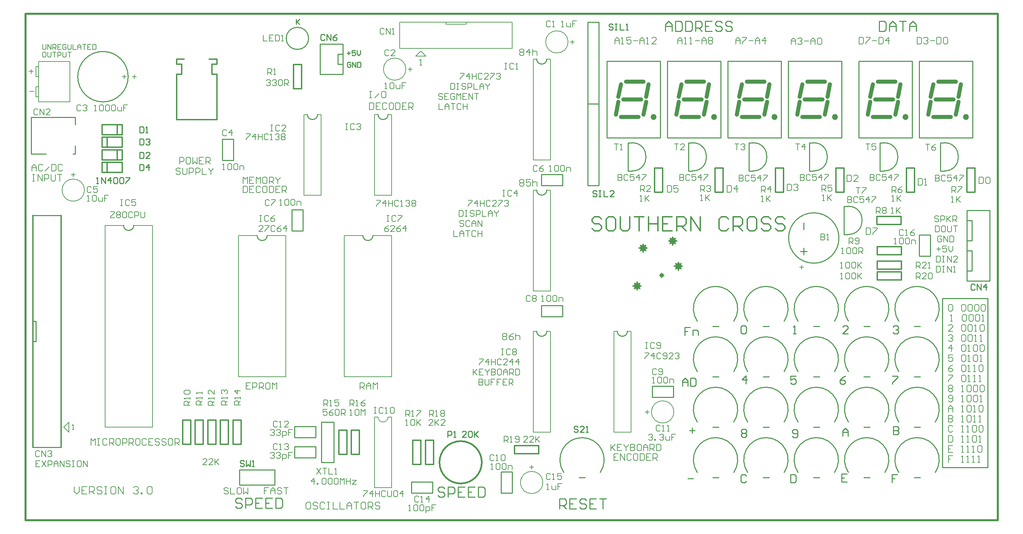
<source format=gto>
G04 Layer_Color=65535*
%FSLAX25Y25*%
%MOIN*%
G70*
G01*
G75*
%ADD10C,0.02000*%
%ADD11C,0.04000*%
%ADD43C,0.01500*%
%ADD44C,0.00800*%
%ADD46C,0.01000*%
%ADD47C,0.01200*%
%ADD48C,0.00500*%
%ADD49C,0.01400*%
%ADD50C,0.00733*%
%ADD51R,0.02000X0.01000*%
%ADD52R,0.01000X0.01000*%
%ADD53R,0.01000X0.01500*%
%ADD54R,0.05000X0.05000*%
%ADD55R,0.04000X0.04000*%
D10*
X614000Y387500D02*
Y890000D01*
X1579000D01*
X614000Y387500D02*
X1579000D01*
Y890000D01*
D11*
X1200000Y790000D02*
X1202500Y802500D01*
X1227500Y790000D02*
X1230000Y802500D01*
X1202500Y807500D02*
X1205000Y820000D01*
X1230000Y807500D02*
X1232500Y820000D01*
X1205000Y787500D02*
X1222500D01*
X1207500Y805000D02*
X1225000D01*
X1210000Y822500D02*
X1227500D01*
X1270000D02*
X1287500D01*
X1267500Y805000D02*
X1285000D01*
X1265000Y787500D02*
X1282500D01*
X1290000Y807500D02*
X1292500Y820000D01*
X1262500Y807500D02*
X1265000Y820000D01*
X1287500Y790000D02*
X1290000Y802500D01*
X1260000Y790000D02*
X1262500Y802500D01*
X1320000Y790000D02*
X1322500Y802500D01*
X1347500Y790000D02*
X1350000Y802500D01*
X1322500Y807500D02*
X1325000Y820000D01*
X1350000Y807500D02*
X1352500Y820000D01*
X1325000Y787500D02*
X1342500D01*
X1327500Y805000D02*
X1345000D01*
X1330000Y822500D02*
X1347500D01*
X1390000D02*
X1407500D01*
X1387500Y805000D02*
X1405000D01*
X1385000Y787500D02*
X1402500D01*
X1410000Y807500D02*
X1412500Y820000D01*
X1382500Y807500D02*
X1385000Y820000D01*
X1407500Y790000D02*
X1410000Y802500D01*
X1380000Y790000D02*
X1382500Y802500D01*
X1450000Y790000D02*
X1452500Y802500D01*
X1477500Y790000D02*
X1480000Y802500D01*
X1452500Y807500D02*
X1455000Y820000D01*
X1480000Y807500D02*
X1482500Y820000D01*
X1455000Y787500D02*
X1472500D01*
X1457500Y805000D02*
X1475000D01*
X1460000Y822500D02*
X1477500D01*
X1520000D02*
X1537500D01*
X1517500Y805000D02*
X1535000D01*
X1515000Y787500D02*
X1532500D01*
X1540000Y807500D02*
X1542500Y820000D01*
X1512500Y807500D02*
X1515000Y820000D01*
X1537500Y790000D02*
X1540000Y802500D01*
X1510000Y790000D02*
X1512500Y802500D01*
D43*
X1067000Y445000D02*
G03*
X1067000Y445000I-21000J0D01*
G01*
D44*
X964000Y490000D02*
G03*
X974000Y490000I5000J0D01*
G01*
X1257500Y495000D02*
G03*
X1257500Y495000I-11000J0D01*
G01*
X1127500Y425000D02*
G03*
X1127500Y425000I-11000J0D01*
G01*
X1152500Y862000D02*
G03*
X1152500Y862000I-11000J0D01*
G01*
X991500Y835000D02*
G03*
X991500Y835000I-11000J0D01*
G01*
X672500Y715000D02*
G03*
X672500Y715000I-11000J0D01*
G01*
X624500Y807500D02*
X627000D01*
X624500D02*
Y817500D01*
X627000D01*
X624500Y827500D02*
X627000D01*
X624500D02*
Y837500D01*
X627000D01*
Y802500D02*
X658000D01*
Y842500D01*
X627000D02*
X658000D01*
X627000Y802500D02*
Y842500D01*
X693000Y680000D02*
X711500D01*
X721500D02*
X740000D01*
Y480000D02*
Y680000D01*
X693000Y480000D02*
X740000D01*
X693000D02*
Y680000D01*
X930500Y670000D02*
X949000D01*
X959000D02*
X977500D01*
Y530000D02*
Y670000D01*
X930500Y530000D02*
X977500D01*
X930500D02*
Y670000D01*
X825500Y530000D02*
Y670000D01*
Y530000D02*
X872500D01*
Y670000D01*
X854000D02*
X872500D01*
X825500D02*
X844000D01*
X1198000Y575000D02*
X1201500D01*
X1211500D02*
X1215000D01*
Y475000D02*
Y575000D01*
X1198000Y475000D02*
X1215000D01*
X1198000D02*
Y575000D01*
X1118000D02*
X1121500D01*
X1131500D02*
X1135000D01*
Y475000D02*
Y575000D01*
X1118000Y475000D02*
X1135000D01*
X1118000D02*
Y575000D01*
Y715000D02*
X1121500D01*
X1131500D02*
X1135000D01*
Y615000D02*
Y715000D01*
X1118000Y615000D02*
X1135000D01*
X1118000D02*
Y715000D01*
Y845000D02*
X1121500D01*
X1131500D02*
X1135000D01*
Y745000D02*
Y845000D01*
X1118000Y745000D02*
X1135000D01*
X1118000D02*
Y845000D01*
X960500Y420000D02*
Y490000D01*
Y420000D02*
X977500D01*
Y490000D01*
X974000D02*
X977500D01*
X960500D02*
X964000D01*
X1001500Y848000D02*
X1006500Y853000D01*
X1001500Y848000D02*
X1011500D01*
X1006500Y853000D02*
X1011500Y848000D01*
X985500Y855500D02*
X1097000D01*
X985500Y881500D02*
X1097000D01*
X1051500Y879500D02*
Y881500D01*
X1031500Y879500D02*
X1051500D01*
X1031500D02*
Y881500D01*
X1097000Y855500D02*
Y881500D01*
X985500Y855500D02*
Y881500D01*
X890500Y710000D02*
Y790000D01*
Y710000D02*
X907500D01*
Y790000D01*
X904000D02*
X907500D01*
X890500D02*
X894000D01*
X960500Y710000D02*
Y790000D01*
Y710000D02*
X977500D01*
Y790000D01*
X974000D02*
X977500D01*
X960500D02*
X964000D01*
X652000Y480000D02*
X657000Y475000D01*
Y485000D01*
X652000Y480000D02*
X657000Y485000D01*
X682500Y793500D02*
X684499D01*
X683500D01*
Y799498D01*
X682500Y798498D01*
X687498D02*
X688498Y799498D01*
X690497D01*
X691497Y798498D01*
Y794500D01*
X690497Y793500D01*
X688498D01*
X687498Y794500D01*
Y798498D01*
X693496D02*
X694496Y799498D01*
X696495D01*
X697495Y798498D01*
Y794500D01*
X696495Y793500D01*
X694496D01*
X693496Y794500D01*
Y798498D01*
X699495D02*
X700494Y799498D01*
X702493D01*
X703493Y798498D01*
Y794500D01*
X702493Y793500D01*
X700494D01*
X699495Y794500D01*
Y798498D01*
X705493Y797499D02*
Y794500D01*
X706492Y793500D01*
X709491D01*
Y797499D01*
X715489Y799498D02*
X711491D01*
Y796499D01*
X713490D01*
X711491D01*
Y793500D01*
X668999Y798498D02*
X667999Y799498D01*
X666000D01*
X665000Y798498D01*
Y794500D01*
X666000Y793500D01*
X667999D01*
X668999Y794500D01*
X670998Y798498D02*
X671998Y799498D01*
X673997D01*
X674997Y798498D01*
Y797499D01*
X673997Y796499D01*
X672997D01*
X673997D01*
X674997Y795499D01*
Y794500D01*
X673997Y793500D01*
X671998D01*
X670998Y794500D01*
X1423000Y637500D02*
X1424999D01*
X1424000D01*
Y643498D01*
X1423000Y642498D01*
X1427998D02*
X1428998Y643498D01*
X1430997D01*
X1431997Y642498D01*
Y638500D01*
X1430997Y637500D01*
X1428998D01*
X1427998Y638500D01*
Y642498D01*
X1433996D02*
X1434996Y643498D01*
X1436996D01*
X1437995Y642498D01*
Y638500D01*
X1436996Y637500D01*
X1434996D01*
X1433996Y638500D01*
Y642498D01*
X1439995Y643498D02*
Y637500D01*
Y639499D01*
X1443993Y643498D01*
X1440994Y640499D01*
X1443993Y637500D01*
X1498000D02*
Y643498D01*
X1500999D01*
X1501999Y642498D01*
Y640499D01*
X1500999Y639499D01*
X1498000D01*
X1499999D02*
X1501999Y637500D01*
X1507997D02*
X1503998D01*
X1507997Y641499D01*
Y642498D01*
X1506997Y643498D01*
X1504998D01*
X1503998Y642498D01*
X1509996Y637500D02*
X1511996D01*
X1510996D01*
Y643498D01*
X1509996Y642498D01*
X969999Y874498D02*
X968999Y875498D01*
X967000D01*
X966000Y874498D01*
Y870500D01*
X967000Y869500D01*
X968999D01*
X969999Y870500D01*
X971998Y869500D02*
Y875498D01*
X975997Y869500D01*
Y875498D01*
X977996Y869500D02*
X979996D01*
X978996D01*
Y875498D01*
X977996Y874498D01*
X1430000Y708498D02*
Y702500D01*
X1432999D01*
X1433999Y703500D01*
Y704499D01*
X1432999Y705499D01*
X1430000D01*
X1432999D01*
X1433999Y706499D01*
Y707498D01*
X1432999Y708498D01*
X1430000D01*
X1439997Y707498D02*
X1438997Y708498D01*
X1436998D01*
X1435998Y707498D01*
Y703500D01*
X1436998Y702500D01*
X1438997D01*
X1439997Y703500D01*
X1445995Y708498D02*
X1441996D01*
Y705499D01*
X1443995Y706499D01*
X1444995D01*
X1445995Y705499D01*
Y703500D01*
X1444995Y702500D01*
X1442996D01*
X1441996Y703500D01*
X1450993Y702500D02*
Y708498D01*
X1447994Y705499D01*
X1451993D01*
X1453992Y708498D02*
X1457991D01*
Y707498D01*
X1453992Y703500D01*
Y702500D01*
X1438500Y717498D02*
X1442499D01*
X1440499D01*
Y711500D01*
X1444498Y717498D02*
X1448497D01*
Y716498D01*
X1444498Y712500D01*
Y711500D01*
X1076000Y438000D02*
X1077999D01*
X1077000D01*
Y443998D01*
X1076000Y442998D01*
X1080998D02*
X1081998Y443998D01*
X1083997D01*
X1084997Y442998D01*
Y439000D01*
X1083997Y438000D01*
X1081998D01*
X1080998Y439000D01*
Y442998D01*
X1086996D02*
X1087996Y443998D01*
X1089995D01*
X1090995Y442998D01*
Y439000D01*
X1089995Y438000D01*
X1087996D01*
X1086996Y439000D01*
Y442998D01*
X1092994Y438000D02*
Y441999D01*
X1095994D01*
X1096993Y440999D01*
Y438000D01*
X1078999Y451498D02*
X1077999Y452498D01*
X1076000D01*
X1075000Y451498D01*
Y447500D01*
X1076000Y446500D01*
X1077999D01*
X1078999Y447500D01*
X1080998Y446500D02*
X1082997D01*
X1081998D01*
Y452498D01*
X1080998Y451498D01*
X1085996D02*
X1086996Y452498D01*
X1088995D01*
X1089995Y451498D01*
Y447500D01*
X1088995Y446500D01*
X1086996D01*
X1085996Y447500D01*
Y451498D01*
X850000Y868998D02*
Y863000D01*
X853999D01*
X859997Y868998D02*
X855998D01*
Y863000D01*
X859997D01*
X855998Y865999D02*
X857997D01*
X861996Y868998D02*
Y863000D01*
X864995D01*
X865995Y864000D01*
Y867998D01*
X864995Y868998D01*
X861996D01*
X867994Y863000D02*
X869993D01*
X868994D01*
Y868998D01*
X867994Y867998D01*
X866500Y700000D02*
X868499D01*
X867500D01*
Y705998D01*
X866500Y704998D01*
X871498D02*
X872498Y705998D01*
X874497D01*
X875497Y704998D01*
Y701000D01*
X874497Y700000D01*
X872498D01*
X871498Y701000D01*
Y704998D01*
X877496D02*
X878496Y705998D01*
X880495D01*
X881495Y704998D01*
Y701000D01*
X880495Y700000D01*
X878496D01*
X877496Y701000D01*
Y704998D01*
X883494Y700000D02*
Y703999D01*
X886493D01*
X887493Y702999D01*
Y700000D01*
X855999Y704498D02*
X854999Y705498D01*
X853000D01*
X852000Y704498D01*
Y700500D01*
X853000Y699500D01*
X854999D01*
X855999Y700500D01*
X857998Y705498D02*
X861997D01*
Y704498D01*
X857998Y700500D01*
Y699500D01*
X698400Y693398D02*
X702399D01*
Y692398D01*
X698400Y688400D01*
Y687400D01*
X702399D01*
X704398Y692398D02*
X705398Y693398D01*
X707397D01*
X708397Y692398D01*
Y691399D01*
X707397Y690399D01*
X708397Y689399D01*
Y688400D01*
X707397Y687400D01*
X705398D01*
X704398Y688400D01*
Y689399D01*
X705398Y690399D01*
X704398Y691399D01*
Y692398D01*
X705398Y690399D02*
X707397D01*
X710396Y692398D02*
X711396Y693398D01*
X713395D01*
X714395Y692398D01*
Y688400D01*
X713395Y687400D01*
X711396D01*
X710396Y688400D01*
Y692398D01*
X720393D02*
X719393Y693398D01*
X717394D01*
X716394Y692398D01*
Y688400D01*
X717394Y687400D01*
X719393D01*
X720393Y688400D01*
X722392Y687400D02*
Y693398D01*
X725391D01*
X726391Y692398D01*
Y690399D01*
X725391Y689399D01*
X722392D01*
X728390Y693398D02*
Y688400D01*
X729390Y687400D01*
X731389D01*
X732389Y688400D01*
Y693398D01*
X708400Y705398D02*
X710399D01*
X709400D01*
Y699400D01*
X708400D01*
X710399D01*
X717397Y704398D02*
X716397Y705398D01*
X714398D01*
X713398Y704398D01*
Y700400D01*
X714398Y699400D01*
X716397D01*
X717397Y700400D01*
X723395Y705398D02*
X719396D01*
Y702399D01*
X721396Y703399D01*
X722396D01*
X723395Y702399D01*
Y700400D01*
X722396Y699400D01*
X720396D01*
X719396Y700400D01*
X849899Y673900D02*
X845900D01*
X849899Y677899D01*
Y678898D01*
X848899Y679898D01*
X846900D01*
X845900Y678898D01*
X851898Y679898D02*
X855897D01*
Y678898D01*
X851898Y674900D01*
Y673900D01*
X861895Y678898D02*
X860895Y679898D01*
X858896D01*
X857896Y678898D01*
Y674900D01*
X858896Y673900D01*
X860895D01*
X861895Y674900D01*
X867893Y679898D02*
X865893Y678898D01*
X863894Y676899D01*
Y674900D01*
X864894Y673900D01*
X866893D01*
X867893Y674900D01*
Y675899D01*
X866893Y676899D01*
X863894D01*
X872891Y673900D02*
Y679898D01*
X869892Y676899D01*
X873891D01*
X846400Y689898D02*
X848399D01*
X847400D01*
Y683900D01*
X846400D01*
X848399D01*
X855397Y688898D02*
X854397Y689898D01*
X852398D01*
X851398Y688898D01*
Y684900D01*
X852398Y683900D01*
X854397D01*
X855397Y684900D01*
X861395Y689898D02*
X859396Y688898D01*
X857396Y686899D01*
Y684900D01*
X858396Y683900D01*
X860396D01*
X861395Y684900D01*
Y685899D01*
X860396Y686899D01*
X857396D01*
X974399Y679898D02*
X972399Y678898D01*
X970400Y676899D01*
Y674900D01*
X971400Y673900D01*
X973399D01*
X974399Y674900D01*
Y675899D01*
X973399Y676899D01*
X970400D01*
X980397Y673900D02*
X976398D01*
X980397Y677899D01*
Y678898D01*
X979397Y679898D01*
X977398D01*
X976398Y678898D01*
X986395Y679898D02*
X984396Y678898D01*
X982396Y676899D01*
Y674900D01*
X983396Y673900D01*
X985395D01*
X986395Y674900D01*
Y675899D01*
X985395Y676899D01*
X982396D01*
X991393Y673900D02*
Y679898D01*
X988394Y676899D01*
X992393D01*
X972900Y689898D02*
X974899D01*
X973900D01*
Y683900D01*
X972900D01*
X974899D01*
X981897Y688898D02*
X980897Y689898D01*
X978898D01*
X977898Y688898D01*
Y684900D01*
X978898Y683900D01*
X980897D01*
X981897Y684900D01*
X983896Y689898D02*
X987895D01*
Y688898D01*
X983896Y684900D01*
Y683900D01*
X949400Y416798D02*
X953399D01*
Y415798D01*
X949400Y411800D01*
Y410800D01*
X958397D02*
Y416798D01*
X955398Y413799D01*
X959397D01*
X961396Y416798D02*
Y410800D01*
Y413799D01*
X965395D01*
Y416798D01*
Y410800D01*
X971393Y415798D02*
X970393Y416798D01*
X968394D01*
X967394Y415798D01*
Y411800D01*
X968394Y410800D01*
X970393D01*
X971393Y411800D01*
X973392Y416798D02*
Y411800D01*
X974392Y410800D01*
X976391D01*
X977391Y411800D01*
Y416798D01*
X979390Y415798D02*
X980390Y416798D01*
X982389D01*
X983389Y415798D01*
Y411800D01*
X982389Y410800D01*
X980390D01*
X979390Y411800D01*
Y415798D01*
X988387Y410800D02*
Y416798D01*
X985388Y413799D01*
X989387D01*
X960000Y499498D02*
X961999D01*
X961000D01*
Y493500D01*
X960000D01*
X961999D01*
X968997Y498498D02*
X967997Y499498D01*
X965998D01*
X964998Y498498D01*
Y494500D01*
X965998Y493500D01*
X967997D01*
X968997Y494500D01*
X970996Y493500D02*
X972996D01*
X971996D01*
Y499498D01*
X970996Y498498D01*
X975995D02*
X976995Y499498D01*
X978994D01*
X979994Y498498D01*
Y494500D01*
X978994Y493500D01*
X976995D01*
X975995Y494500D01*
Y498498D01*
X833000Y770998D02*
X836999D01*
Y769998D01*
X833000Y766000D01*
Y765000D01*
X841997D02*
Y770998D01*
X838998Y767999D01*
X842997D01*
X844996Y770998D02*
Y765000D01*
Y767999D01*
X848995D01*
Y770998D01*
Y765000D01*
X854993Y769998D02*
X853993Y770998D01*
X851994D01*
X850994Y769998D01*
Y766000D01*
X851994Y765000D01*
X853993D01*
X854993Y766000D01*
X856992Y765000D02*
X858992D01*
X857992D01*
Y770998D01*
X856992Y769998D01*
X861991D02*
X862990Y770998D01*
X864990D01*
X865989Y769998D01*
Y768999D01*
X864990Y767999D01*
X863990D01*
X864990D01*
X865989Y766999D01*
Y766000D01*
X864990Y765000D01*
X862990D01*
X861991Y766000D01*
X867989Y769998D02*
X868988Y770998D01*
X870988D01*
X871987Y769998D01*
Y768999D01*
X870988Y767999D01*
X871987Y766999D01*
Y766000D01*
X870988Y765000D01*
X868988D01*
X867989Y766000D01*
Y766999D01*
X868988Y767999D01*
X867989Y768999D01*
Y769998D01*
X868988Y767999D02*
X870988D01*
X857500Y779498D02*
X859499D01*
X858500D01*
Y773500D01*
X857500D01*
X859499D01*
X866497Y778498D02*
X865497Y779498D01*
X863498D01*
X862498Y778498D01*
Y774500D01*
X863498Y773500D01*
X865497D01*
X866497Y774500D01*
X872495Y773500D02*
X868496D01*
X872495Y777499D01*
Y778498D01*
X871496Y779498D01*
X869496D01*
X868496Y778498D01*
X962500Y704998D02*
X966499D01*
Y703998D01*
X962500Y700000D01*
Y699000D01*
X971497D02*
Y704998D01*
X968498Y701999D01*
X972497D01*
X974496Y704998D02*
Y699000D01*
Y701999D01*
X978495D01*
Y704998D01*
Y699000D01*
X984493Y703998D02*
X983493Y704998D01*
X981494D01*
X980494Y703998D01*
Y700000D01*
X981494Y699000D01*
X983493D01*
X984493Y700000D01*
X986492Y699000D02*
X988492D01*
X987492D01*
Y704998D01*
X986492Y703998D01*
X991491D02*
X992490Y704998D01*
X994490D01*
X995489Y703998D01*
Y702999D01*
X994490Y701999D01*
X993490D01*
X994490D01*
X995489Y700999D01*
Y700000D01*
X994490Y699000D01*
X992490D01*
X991491Y700000D01*
X997489Y703998D02*
X998488Y704998D01*
X1000488D01*
X1001487Y703998D01*
Y702999D01*
X1000488Y701999D01*
X1001487Y700999D01*
Y700000D01*
X1000488Y699000D01*
X998488D01*
X997489Y700000D01*
Y700999D01*
X998488Y701999D01*
X997489Y702999D01*
Y703998D01*
X998488Y701999D02*
X1000488D01*
X931900Y780898D02*
X933899D01*
X932900D01*
Y774900D01*
X931900D01*
X933899D01*
X940897Y779898D02*
X939897Y780898D01*
X937898D01*
X936898Y779898D01*
Y775900D01*
X937898Y774900D01*
X939897D01*
X940897Y775900D01*
X942896Y779898D02*
X943896Y780898D01*
X945895D01*
X946895Y779898D01*
Y778899D01*
X945895Y777899D01*
X944896D01*
X945895D01*
X946895Y776899D01*
Y775900D01*
X945895Y774900D01*
X943896D01*
X942896Y775900D01*
X1045400Y830898D02*
X1049399D01*
Y829898D01*
X1045400Y825900D01*
Y824900D01*
X1054397D02*
Y830898D01*
X1051398Y827899D01*
X1055397D01*
X1057396Y830898D02*
Y824900D01*
Y827899D01*
X1061395D01*
Y830898D01*
Y824900D01*
X1067393Y829898D02*
X1066393Y830898D01*
X1064394D01*
X1063394Y829898D01*
Y825900D01*
X1064394Y824900D01*
X1066393D01*
X1067393Y825900D01*
X1073391Y824900D02*
X1069392D01*
X1073391Y828899D01*
Y829898D01*
X1072391Y830898D01*
X1070392D01*
X1069392Y829898D01*
X1075390Y830898D02*
X1079389D01*
Y829898D01*
X1075390Y825900D01*
Y824900D01*
X1081388Y829898D02*
X1082388Y830898D01*
X1084387D01*
X1085387Y829898D01*
Y828899D01*
X1084387Y827899D01*
X1083388D01*
X1084387D01*
X1085387Y826899D01*
Y825900D01*
X1084387Y824900D01*
X1082388D01*
X1081388Y825900D01*
X1089900Y840898D02*
X1091899D01*
X1090900D01*
Y834900D01*
X1089900D01*
X1091899D01*
X1098897Y839898D02*
X1097897Y840898D01*
X1095898D01*
X1094898Y839898D01*
Y835900D01*
X1095898Y834900D01*
X1097897D01*
X1098897Y835900D01*
X1100896Y834900D02*
X1102896D01*
X1101896D01*
Y840898D01*
X1100896Y839898D01*
X1053400Y704898D02*
X1057399D01*
Y703898D01*
X1053400Y699900D01*
Y698900D01*
X1062397D02*
Y704898D01*
X1059398Y701899D01*
X1063397D01*
X1065396Y704898D02*
Y698900D01*
Y701899D01*
X1069395D01*
Y704898D01*
Y698900D01*
X1075393Y703898D02*
X1074393Y704898D01*
X1072394D01*
X1071394Y703898D01*
Y699900D01*
X1072394Y698900D01*
X1074393D01*
X1075393Y699900D01*
X1081391Y698900D02*
X1077392D01*
X1081391Y702899D01*
Y703898D01*
X1080391Y704898D01*
X1078392D01*
X1077392Y703898D01*
X1083390Y704898D02*
X1087389D01*
Y703898D01*
X1083390Y699900D01*
Y698900D01*
X1089388Y703898D02*
X1090388Y704898D01*
X1092387D01*
X1093387Y703898D01*
Y702899D01*
X1092387Y701899D01*
X1091388D01*
X1092387D01*
X1093387Y700899D01*
Y699900D01*
X1092387Y698900D01*
X1090388D01*
X1089388Y699900D01*
X1087900Y714898D02*
X1089899D01*
X1088900D01*
Y708900D01*
X1087900D01*
X1089899D01*
X1096897Y713898D02*
X1095897Y714898D01*
X1093898D01*
X1092898Y713898D01*
Y709900D01*
X1093898Y708900D01*
X1095897D01*
X1096897Y709900D01*
X1101896Y708900D02*
Y714898D01*
X1098896Y711899D01*
X1102895D01*
X1064400Y547398D02*
X1068399D01*
Y546398D01*
X1064400Y542400D01*
Y541400D01*
X1073397D02*
Y547398D01*
X1070398Y544399D01*
X1074397D01*
X1076396Y547398D02*
Y541400D01*
Y544399D01*
X1080395D01*
Y547398D01*
Y541400D01*
X1086393Y546398D02*
X1085393Y547398D01*
X1083394D01*
X1082394Y546398D01*
Y542400D01*
X1083394Y541400D01*
X1085393D01*
X1086393Y542400D01*
X1092391Y541400D02*
X1088392D01*
X1092391Y545399D01*
Y546398D01*
X1091391Y547398D01*
X1089392D01*
X1088392Y546398D01*
X1097389Y541400D02*
Y547398D01*
X1094390Y544399D01*
X1098389D01*
X1103387Y541400D02*
Y547398D01*
X1100388Y544399D01*
X1104387D01*
X1086400Y557398D02*
X1088399D01*
X1087400D01*
Y551400D01*
X1086400D01*
X1088399D01*
X1095397Y556398D02*
X1094397Y557398D01*
X1092398D01*
X1091398Y556398D01*
Y552400D01*
X1092398Y551400D01*
X1094397D01*
X1095397Y552400D01*
X1097396Y556398D02*
X1098396Y557398D01*
X1100395D01*
X1101395Y556398D01*
Y555399D01*
X1100395Y554399D01*
X1101395Y553399D01*
Y552400D01*
X1100395Y551400D01*
X1098396D01*
X1097396Y552400D01*
Y553399D01*
X1098396Y554399D01*
X1097396Y555399D01*
Y556398D01*
X1098396Y554399D02*
X1100395D01*
X1228900Y553398D02*
X1232899D01*
Y552398D01*
X1228900Y548400D01*
Y547400D01*
X1237897D02*
Y553398D01*
X1234898Y550399D01*
X1238897D01*
X1244895Y552398D02*
X1243895Y553398D01*
X1241896D01*
X1240896Y552398D01*
Y548400D01*
X1241896Y547400D01*
X1243895D01*
X1244895Y548400D01*
X1246894D02*
X1247894Y547400D01*
X1249893D01*
X1250893Y548400D01*
Y552398D01*
X1249893Y553398D01*
X1247894D01*
X1246894Y552398D01*
Y551399D01*
X1247894Y550399D01*
X1250893D01*
X1256891Y547400D02*
X1252892D01*
X1256891Y551399D01*
Y552398D01*
X1255891Y553398D01*
X1253892D01*
X1252892Y552398D01*
X1258890D02*
X1259890Y553398D01*
X1261889D01*
X1262889Y552398D01*
Y551399D01*
X1261889Y550399D01*
X1260890D01*
X1261889D01*
X1262889Y549399D01*
Y548400D01*
X1261889Y547400D01*
X1259890D01*
X1258890Y548400D01*
X1229400Y563898D02*
X1231399D01*
X1230400D01*
Y557900D01*
X1229400D01*
X1231399D01*
X1238397Y562898D02*
X1237397Y563898D01*
X1235398D01*
X1234398Y562898D01*
Y558900D01*
X1235398Y557900D01*
X1237397D01*
X1238397Y558900D01*
X1240396D02*
X1241396Y557900D01*
X1243396D01*
X1244395Y558900D01*
Y562898D01*
X1243396Y563898D01*
X1241396D01*
X1240396Y562898D01*
Y561899D01*
X1241396Y560899D01*
X1244395D01*
X1403500Y671498D02*
Y665500D01*
X1406499D01*
X1407499Y666500D01*
Y667499D01*
X1406499Y668499D01*
X1403500D01*
X1406499D01*
X1407499Y669499D01*
Y670498D01*
X1406499Y671498D01*
X1403500D01*
X1409498Y665500D02*
X1411497D01*
X1410498D01*
Y671498D01*
X1409498Y670498D01*
X1424000Y652000D02*
X1425999D01*
X1425000D01*
Y657998D01*
X1424000Y656998D01*
X1428998D02*
X1429998Y657998D01*
X1431997D01*
X1432997Y656998D01*
Y653000D01*
X1431997Y652000D01*
X1429998D01*
X1428998Y653000D01*
Y656998D01*
X1434996D02*
X1435996Y657998D01*
X1437996D01*
X1438995Y656998D01*
Y653000D01*
X1437996Y652000D01*
X1435996D01*
X1434996Y653000D01*
Y656998D01*
X1440994Y652000D02*
Y657998D01*
X1443993D01*
X1444993Y656998D01*
Y654999D01*
X1443993Y653999D01*
X1440994D01*
X1442994D02*
X1444993Y652000D01*
X1431500Y661500D02*
Y667498D01*
X1434499D01*
X1435499Y666498D01*
Y664499D01*
X1434499Y663499D01*
X1431500D01*
X1433499D02*
X1435499Y661500D01*
X1437498Y662500D02*
X1438498Y661500D01*
X1440497D01*
X1441497Y662500D01*
Y666498D01*
X1440497Y667498D01*
X1438498D01*
X1437498Y666498D01*
Y665499D01*
X1438498Y664499D01*
X1441497D01*
X1473500Y692000D02*
X1475499D01*
X1474500D01*
Y697998D01*
X1473500Y696998D01*
X1478498Y697998D02*
Y692000D01*
Y693999D01*
X1482497Y697998D01*
X1479498Y694999D01*
X1482497Y692000D01*
X1458600Y691900D02*
Y697898D01*
X1461599D01*
X1462599Y696898D01*
Y694899D01*
X1461599Y693899D01*
X1458600D01*
X1460599D02*
X1462599Y691900D01*
X1464598Y696898D02*
X1465598Y697898D01*
X1467597D01*
X1468597Y696898D01*
Y695899D01*
X1467597Y694899D01*
X1468597Y693899D01*
Y692900D01*
X1467597Y691900D01*
X1465598D01*
X1464598Y692900D01*
Y693899D01*
X1465598Y694899D01*
X1464598Y695899D01*
Y696898D01*
X1465598Y694899D02*
X1467597D01*
X1126500Y604500D02*
X1128499D01*
X1127500D01*
Y610498D01*
X1126500Y609498D01*
X1131498D02*
X1132498Y610498D01*
X1134497D01*
X1135497Y609498D01*
Y605500D01*
X1134497Y604500D01*
X1132498D01*
X1131498Y605500D01*
Y609498D01*
X1137496D02*
X1138496Y610498D01*
X1140495D01*
X1141495Y609498D01*
Y605500D01*
X1140495Y604500D01*
X1138496D01*
X1137496Y605500D01*
Y609498D01*
X1143495Y604500D02*
Y608499D01*
X1146494D01*
X1147493Y607499D01*
Y604500D01*
X1114999Y609498D02*
X1113999Y610498D01*
X1112000D01*
X1111000Y609498D01*
Y605500D01*
X1112000Y604500D01*
X1113999D01*
X1114999Y605500D01*
X1116998Y609498D02*
X1117998Y610498D01*
X1119997D01*
X1120997Y609498D01*
Y608499D01*
X1119997Y607499D01*
X1120997Y606499D01*
Y605500D01*
X1119997Y604500D01*
X1117998D01*
X1116998Y605500D01*
Y606499D01*
X1117998Y607499D01*
X1116998Y608499D01*
Y609498D01*
X1117998Y607499D02*
X1119997D01*
X1236500Y523500D02*
X1238499D01*
X1237500D01*
Y529498D01*
X1236500Y528498D01*
X1241498D02*
X1242498Y529498D01*
X1244497D01*
X1245497Y528498D01*
Y524500D01*
X1244497Y523500D01*
X1242498D01*
X1241498Y524500D01*
Y528498D01*
X1247496D02*
X1248496Y529498D01*
X1250496D01*
X1251495Y528498D01*
Y524500D01*
X1250496Y523500D01*
X1248496D01*
X1247496Y524500D01*
Y528498D01*
X1253494Y523500D02*
Y527499D01*
X1256493D01*
X1257493Y526499D01*
Y523500D01*
X1240499Y536998D02*
X1239499Y537998D01*
X1237500D01*
X1236500Y536998D01*
Y533000D01*
X1237500Y532000D01*
X1239499D01*
X1240499Y533000D01*
X1242498D02*
X1243498Y532000D01*
X1245497D01*
X1246497Y533000D01*
Y536998D01*
X1245497Y537998D01*
X1243498D01*
X1242498Y536998D01*
Y535999D01*
X1243498Y534999D01*
X1246497D01*
X1018499Y481500D02*
X1014500D01*
X1018499Y485499D01*
Y486498D01*
X1017499Y487498D01*
X1015500D01*
X1014500Y486498D01*
X1020498Y487498D02*
Y481500D01*
Y483499D01*
X1024497Y487498D01*
X1021498Y484499D01*
X1024497Y481500D01*
X1030495D02*
X1026496D01*
X1030495Y485499D01*
Y486498D01*
X1029495Y487498D01*
X1027496D01*
X1026496Y486498D01*
X1015000Y490500D02*
Y496498D01*
X1017999D01*
X1018999Y495498D01*
Y493499D01*
X1017999Y492499D01*
X1015000D01*
X1016999D02*
X1018999Y490500D01*
X1020998D02*
X1022997D01*
X1021998D01*
Y496498D01*
X1020998Y495498D01*
X1025996D02*
X1026996Y496498D01*
X1028996D01*
X1029995Y495498D01*
Y494499D01*
X1028996Y493499D01*
X1029995Y492499D01*
Y491500D01*
X1028996Y490500D01*
X1026996D01*
X1025996Y491500D01*
Y492499D01*
X1026996Y493499D01*
X1025996Y494499D01*
Y495498D01*
X1026996Y493499D02*
X1028996D01*
X991500Y481500D02*
X993499D01*
X992500D01*
Y487498D01*
X991500Y486498D01*
X996498D02*
X997498Y487498D01*
X999497D01*
X1000497Y486498D01*
Y482500D01*
X999497Y481500D01*
X997498D01*
X996498Y482500D01*
Y486498D01*
X1002496Y487498D02*
Y481500D01*
Y483499D01*
X1006495Y487498D01*
X1003496Y484499D01*
X1006495Y481500D01*
X991500Y490500D02*
Y496498D01*
X994499D01*
X995499Y495498D01*
Y493499D01*
X994499Y492499D01*
X991500D01*
X993499D02*
X995499Y490500D01*
X997498D02*
X999497D01*
X998498D01*
Y496498D01*
X997498Y495498D01*
X1002496Y496498D02*
X1006495D01*
Y495498D01*
X1002496Y491500D01*
Y490500D01*
X994500Y397000D02*
X996499D01*
X995500D01*
Y402998D01*
X994500Y401998D01*
X999498D02*
X1000498Y402998D01*
X1002497D01*
X1003497Y401998D01*
Y398000D01*
X1002497Y397000D01*
X1000498D01*
X999498Y398000D01*
Y401998D01*
X1005496D02*
X1006496Y402998D01*
X1008496D01*
X1009495Y401998D01*
Y398000D01*
X1008496Y397000D01*
X1006496D01*
X1005496Y398000D01*
Y401998D01*
X1011495Y395001D02*
Y400999D01*
X1014493D01*
X1015493Y399999D01*
Y398000D01*
X1014493Y397000D01*
X1011495D01*
X1021491Y402998D02*
X1017493D01*
Y399999D01*
X1019492D01*
X1017493D01*
Y397000D01*
X1004499Y410498D02*
X1003499Y411498D01*
X1001500D01*
X1000500Y410498D01*
Y406500D01*
X1001500Y405500D01*
X1003499D01*
X1004499Y406500D01*
X1006498Y405500D02*
X1008497D01*
X1007498D01*
Y411498D01*
X1006498Y410498D01*
X1014495Y405500D02*
Y411498D01*
X1011496Y408499D01*
X1015495D01*
X936000Y491500D02*
X937999D01*
X937000D01*
Y497498D01*
X936000Y496498D01*
X940998D02*
X941998Y497498D01*
X943997D01*
X944997Y496498D01*
Y492500D01*
X943997Y491500D01*
X941998D01*
X940998Y492500D01*
Y496498D01*
X946996Y491500D02*
Y497498D01*
X948996Y495499D01*
X950995Y497498D01*
Y491500D01*
X936000Y501000D02*
Y506998D01*
X938999D01*
X939999Y505998D01*
Y503999D01*
X938999Y502999D01*
X936000D01*
X937999D02*
X939999Y501000D01*
X941998D02*
X943997D01*
X942998D01*
Y506998D01*
X941998Y505998D01*
X950995Y506998D02*
X948996Y505998D01*
X946996Y503999D01*
Y502000D01*
X947996Y501000D01*
X949996D01*
X950995Y502000D01*
Y502999D01*
X949996Y503999D01*
X946996D01*
X913499Y497498D02*
X909500D01*
Y494499D01*
X911499Y495499D01*
X912499D01*
X913499Y494499D01*
Y492500D01*
X912499Y491500D01*
X910500D01*
X909500Y492500D01*
X919497Y497498D02*
X917497Y496498D01*
X915498Y494499D01*
Y492500D01*
X916498Y491500D01*
X918497D01*
X919497Y492500D01*
Y493499D01*
X918497Y494499D01*
X915498D01*
X921496Y496498D02*
X922496Y497498D01*
X924495D01*
X925495Y496498D01*
Y492500D01*
X924495Y491500D01*
X922496D01*
X921496Y492500D01*
Y496498D01*
X927494Y491500D02*
Y497498D01*
X930493D01*
X931493Y496498D01*
Y494499D01*
X930493Y493499D01*
X927494D01*
X929494D02*
X931493Y491500D01*
X910000Y501000D02*
Y506998D01*
X912999D01*
X913999Y505998D01*
Y503999D01*
X912999Y502999D01*
X910000D01*
X911999D02*
X913999Y501000D01*
X915998D02*
X917997D01*
X916998D01*
Y506998D01*
X915998Y505998D01*
X924995Y506998D02*
X920996D01*
Y503999D01*
X922996Y504999D01*
X923995D01*
X924995Y503999D01*
Y502000D01*
X923995Y501000D01*
X921996D01*
X920996Y502000D01*
X857000Y476498D02*
X858000Y477498D01*
X859999D01*
X860999Y476498D01*
Y475499D01*
X859999Y474499D01*
X858999D01*
X859999D01*
X860999Y473499D01*
Y472500D01*
X859999Y471500D01*
X858000D01*
X857000Y472500D01*
X862998Y476498D02*
X863998Y477498D01*
X865997D01*
X866997Y476498D01*
Y475499D01*
X865997Y474499D01*
X864997D01*
X865997D01*
X866997Y473499D01*
Y472500D01*
X865997Y471500D01*
X863998D01*
X862998Y472500D01*
X868996Y469501D02*
Y475499D01*
X871995D01*
X872995Y474499D01*
Y472500D01*
X871995Y471500D01*
X868996D01*
X878993Y477498D02*
X874994D01*
Y474499D01*
X876993D01*
X874994D01*
Y471500D01*
X863999Y484998D02*
X862999Y485998D01*
X861000D01*
X860000Y484998D01*
Y481000D01*
X861000Y480000D01*
X862999D01*
X863999Y481000D01*
X865998Y480000D02*
X867997D01*
X866998D01*
Y485998D01*
X865998Y484998D01*
X874995Y480000D02*
X870996D01*
X874995Y483999D01*
Y484998D01*
X873995Y485998D01*
X871996D01*
X870996Y484998D01*
X857000Y453998D02*
X858000Y454998D01*
X859999D01*
X860999Y453998D01*
Y452999D01*
X859999Y451999D01*
X858999D01*
X859999D01*
X860999Y450999D01*
Y450000D01*
X859999Y449000D01*
X858000D01*
X857000Y450000D01*
X862998Y453998D02*
X863998Y454998D01*
X865997D01*
X866997Y453998D01*
Y452999D01*
X865997Y451999D01*
X864997D01*
X865997D01*
X866997Y450999D01*
Y450000D01*
X865997Y449000D01*
X863998D01*
X862998Y450000D01*
X868996Y447001D02*
Y452999D01*
X871995D01*
X872995Y451999D01*
Y450000D01*
X871995Y449000D01*
X868996D01*
X878993Y454998D02*
X874994D01*
Y451999D01*
X876993D01*
X874994D01*
Y449000D01*
X863999Y462498D02*
X862999Y463498D01*
X861000D01*
X860000Y462498D01*
Y458500D01*
X861000Y457500D01*
X862999D01*
X863999Y458500D01*
X865998Y457500D02*
X867997D01*
X866998D01*
Y463498D01*
X865998Y462498D01*
X870996D02*
X871996Y463498D01*
X873995D01*
X874995Y462498D01*
Y461499D01*
X873995Y460499D01*
X872996D01*
X873995D01*
X874995Y459499D01*
Y458500D01*
X873995Y457500D01*
X871996D01*
X870996Y458500D01*
X900599Y423100D02*
Y429098D01*
X897600Y426099D01*
X901599D01*
X903598Y423100D02*
Y424100D01*
X904598D01*
Y423100D01*
X903598D01*
X908596Y428098D02*
X909596Y429098D01*
X911596D01*
X912595Y428098D01*
Y424100D01*
X911596Y423100D01*
X909596D01*
X908596Y424100D01*
Y428098D01*
X914594D02*
X915594Y429098D01*
X917593D01*
X918593Y428098D01*
Y424100D01*
X917593Y423100D01*
X915594D01*
X914594Y424100D01*
Y428098D01*
X920593D02*
X921592Y429098D01*
X923592D01*
X924591Y428098D01*
Y424100D01*
X923592Y423100D01*
X921592D01*
X920593Y424100D01*
Y428098D01*
X926591Y423100D02*
Y429098D01*
X928590Y427099D01*
X930589Y429098D01*
Y423100D01*
X932589Y429098D02*
Y423100D01*
Y426099D01*
X936587D01*
Y429098D01*
Y423100D01*
X938587Y427099D02*
X942585D01*
X938587Y423100D01*
X942585D01*
X903100Y439098D02*
X907099Y433100D01*
Y439098D02*
X903100Y433100D01*
X909098Y439098D02*
X913097D01*
X911097D01*
Y433100D01*
X915096Y439098D02*
Y433100D01*
X919095D01*
X921094D02*
X923094D01*
X922094D01*
Y439098D01*
X921094Y438098D01*
X1112499Y465000D02*
X1108500D01*
X1112499Y468999D01*
Y469998D01*
X1111499Y470998D01*
X1109500D01*
X1108500Y469998D01*
X1118497Y465000D02*
X1114498D01*
X1118497Y468999D01*
Y469998D01*
X1117497Y470998D01*
X1115498D01*
X1114498Y469998D01*
X1120496Y470998D02*
Y465000D01*
Y466999D01*
X1124495Y470998D01*
X1121496Y467999D01*
X1124495Y465000D01*
X1089000D02*
Y470998D01*
X1091999D01*
X1092999Y469998D01*
Y467999D01*
X1091999Y466999D01*
X1089000D01*
X1090999D02*
X1092999Y465000D01*
X1094998D02*
X1096997D01*
X1095998D01*
Y470998D01*
X1094998Y469998D01*
X1099996Y466000D02*
X1100996Y465000D01*
X1102995D01*
X1103995Y466000D01*
Y469998D01*
X1102995Y470998D01*
X1100996D01*
X1099996Y469998D01*
Y468999D01*
X1100996Y467999D01*
X1103995D01*
X809800Y735200D02*
X811799D01*
X810800D01*
Y741198D01*
X809800Y740198D01*
X814798D02*
X815798Y741198D01*
X817797D01*
X818797Y740198D01*
Y736200D01*
X817797Y735200D01*
X815798D01*
X814798Y736200D01*
Y740198D01*
X820796D02*
X821796Y741198D01*
X823796D01*
X824795Y740198D01*
Y736200D01*
X823796Y735200D01*
X821796D01*
X820796Y736200D01*
Y740198D01*
X826795Y735200D02*
Y739199D01*
X829793D01*
X830793Y738199D01*
Y735200D01*
X813799Y773798D02*
X812799Y774798D01*
X810800D01*
X809800Y773798D01*
Y769800D01*
X810800Y768800D01*
X812799D01*
X813799Y769800D01*
X818797Y768800D02*
Y774798D01*
X815798Y771799D01*
X819797D01*
X853000Y823498D02*
X854000Y824498D01*
X855999D01*
X856999Y823498D01*
Y822499D01*
X855999Y821499D01*
X854999D01*
X855999D01*
X856999Y820499D01*
Y819500D01*
X855999Y818500D01*
X854000D01*
X853000Y819500D01*
X858998Y823498D02*
X859998Y824498D01*
X861997D01*
X862997Y823498D01*
Y822499D01*
X861997Y821499D01*
X860997D01*
X861997D01*
X862997Y820499D01*
Y819500D01*
X861997Y818500D01*
X859998D01*
X858998Y819500D01*
X864996Y823498D02*
X865996Y824498D01*
X867995D01*
X868995Y823498D01*
Y819500D01*
X867995Y818500D01*
X865996D01*
X864996Y819500D01*
Y823498D01*
X870994Y818500D02*
Y824498D01*
X873993D01*
X874993Y823498D01*
Y821499D01*
X873993Y820499D01*
X870994D01*
X872993D02*
X874993Y818500D01*
X854500Y829500D02*
Y835498D01*
X857499D01*
X858499Y834498D01*
Y832499D01*
X857499Y831499D01*
X854500D01*
X856499D02*
X858499Y829500D01*
X860498D02*
X862497D01*
X861498D01*
Y835498D01*
X860498Y834498D01*
X1134000Y733500D02*
X1135999D01*
X1135000D01*
Y739498D01*
X1134000Y738498D01*
X1138998D02*
X1139998Y739498D01*
X1141997D01*
X1142997Y738498D01*
Y734500D01*
X1141997Y733500D01*
X1139998D01*
X1138998Y734500D01*
Y738498D01*
X1144996D02*
X1145996Y739498D01*
X1147995D01*
X1148995Y738498D01*
Y734500D01*
X1147995Y733500D01*
X1145996D01*
X1144996Y734500D01*
Y738498D01*
X1150994Y733500D02*
Y737499D01*
X1153994D01*
X1154993Y736499D01*
Y733500D01*
X1121999Y738498D02*
X1120999Y739498D01*
X1119000D01*
X1118000Y738498D01*
Y734500D01*
X1119000Y733500D01*
X1120999D01*
X1121999Y734500D01*
X1127997Y739498D02*
X1125997Y738498D01*
X1123998Y736499D01*
Y734500D01*
X1124998Y733500D01*
X1126997D01*
X1127997Y734500D01*
Y735499D01*
X1126997Y736499D01*
X1123998D01*
X1423000Y627000D02*
X1424999D01*
X1424000D01*
Y632998D01*
X1423000Y631998D01*
X1427998D02*
X1428998Y632998D01*
X1430997D01*
X1431997Y631998D01*
Y628000D01*
X1430997Y627000D01*
X1428998D01*
X1427998Y628000D01*
Y631998D01*
X1433996D02*
X1434996Y632998D01*
X1436996D01*
X1437995Y631998D01*
Y628000D01*
X1436996Y627000D01*
X1434996D01*
X1433996Y628000D01*
Y631998D01*
X1439995Y632998D02*
Y627000D01*
Y628999D01*
X1443993Y632998D01*
X1440994Y629999D01*
X1443993Y627000D01*
X1498000D02*
Y632998D01*
X1500999D01*
X1501999Y631998D01*
Y629999D01*
X1500999Y628999D01*
X1498000D01*
X1499999D02*
X1501999Y627000D01*
X1507997D02*
X1503998D01*
X1507997Y630999D01*
Y631998D01*
X1506997Y632998D01*
X1504998D01*
X1503998Y631998D01*
X1509996D02*
X1510996Y632998D01*
X1512995D01*
X1513995Y631998D01*
Y628000D01*
X1512995Y627000D01*
X1510996D01*
X1509996Y628000D01*
Y631998D01*
X1476500Y661500D02*
X1478499D01*
X1477500D01*
Y667498D01*
X1476500Y666498D01*
X1481498D02*
X1482498Y667498D01*
X1484497D01*
X1485497Y666498D01*
Y662500D01*
X1484497Y661500D01*
X1482498D01*
X1481498Y662500D01*
Y666498D01*
X1487496D02*
X1488496Y667498D01*
X1490495D01*
X1491495Y666498D01*
Y662500D01*
X1490495Y661500D01*
X1488496D01*
X1487496Y662500D01*
Y666498D01*
X1493495Y661500D02*
Y665499D01*
X1496494D01*
X1497493Y664499D01*
Y661500D01*
X1485399Y674898D02*
X1484399Y675898D01*
X1482400D01*
X1481400Y674898D01*
Y670900D01*
X1482400Y669900D01*
X1484399D01*
X1485399Y670900D01*
X1487398Y669900D02*
X1489397D01*
X1488398D01*
Y675898D01*
X1487398Y674898D01*
X1496395Y675898D02*
X1494396Y674898D01*
X1492396Y672899D01*
Y670900D01*
X1493396Y669900D01*
X1495395D01*
X1496395Y670900D01*
Y671899D01*
X1495395Y672899D01*
X1492396D01*
X627999Y455498D02*
X626999Y456498D01*
X625000D01*
X624000Y455498D01*
Y451500D01*
X625000Y450500D01*
X626999D01*
X627999Y451500D01*
X629998Y450500D02*
Y456498D01*
X633997Y450500D01*
Y456498D01*
X635996Y455498D02*
X636996Y456498D01*
X638995D01*
X639995Y455498D01*
Y454499D01*
X638995Y453499D01*
X637995D01*
X638995D01*
X639995Y452499D01*
Y451500D01*
X638995Y450500D01*
X636996D01*
X635996Y451500D01*
X675500Y704000D02*
X677499D01*
X676500D01*
Y709998D01*
X675500Y708998D01*
X680498D02*
X681498Y709998D01*
X683497D01*
X684497Y708998D01*
Y705000D01*
X683497Y704000D01*
X681498D01*
X680498Y705000D01*
Y708998D01*
X686496Y707999D02*
Y705000D01*
X687496Y704000D01*
X690495D01*
Y707999D01*
X696493Y709998D02*
X692494D01*
Y706999D01*
X694494D01*
X692494D01*
Y704000D01*
X679499Y717498D02*
X678499Y718498D01*
X676500D01*
X675500Y717498D01*
Y713500D01*
X676500Y712500D01*
X678499D01*
X679499Y713500D01*
X685497Y718498D02*
X681498D01*
Y715499D01*
X683497Y716499D01*
X684497D01*
X685497Y715499D01*
Y713500D01*
X684497Y712500D01*
X682498D01*
X681498Y713500D01*
X970800Y815700D02*
X972799D01*
X971800D01*
Y821698D01*
X970800Y820698D01*
X975798D02*
X976798Y821698D01*
X978797D01*
X979797Y820698D01*
Y816700D01*
X978797Y815700D01*
X976798D01*
X975798Y816700D01*
Y820698D01*
X981796Y819699D02*
Y816700D01*
X982796Y815700D01*
X985795D01*
Y819699D01*
X991793Y821698D02*
X987794D01*
Y818699D01*
X989794D01*
X987794D01*
Y815700D01*
X974799Y853298D02*
X973799Y854298D01*
X971800D01*
X970800Y853298D01*
Y849300D01*
X971800Y848300D01*
X973799D01*
X974799Y849300D01*
X980797Y848300D02*
X976798D01*
X980797Y852299D01*
Y853298D01*
X979797Y854298D01*
X977798D01*
X976798Y853298D01*
X1146000Y877000D02*
X1147999D01*
X1147000D01*
Y882998D01*
X1146000Y881998D01*
X1150998Y880999D02*
Y878000D01*
X1151998Y877000D01*
X1154997D01*
Y880999D01*
X1160995Y882998D02*
X1156996D01*
Y879999D01*
X1158996D01*
X1156996D01*
Y877000D01*
X1134999Y881998D02*
X1133999Y882998D01*
X1132000D01*
X1131000Y881998D01*
Y878000D01*
X1132000Y877000D01*
X1133999D01*
X1134999Y878000D01*
X1136998Y877000D02*
X1138997D01*
X1137998D01*
Y882998D01*
X1136998Y881998D01*
X1131500Y418000D02*
X1133499D01*
X1132500D01*
Y423998D01*
X1131500Y422998D01*
X1136498Y421999D02*
Y419000D01*
X1137498Y418000D01*
X1140497D01*
Y421999D01*
X1146495Y423998D02*
X1142496D01*
Y420999D01*
X1144496D01*
X1142496D01*
Y418000D01*
X1134999Y432998D02*
X1133999Y433998D01*
X1132000D01*
X1131000Y432998D01*
Y429000D01*
X1132000Y428000D01*
X1133999D01*
X1134999Y429000D01*
X1136998Y428000D02*
X1138997D01*
X1137998D01*
Y433998D01*
X1136998Y432998D01*
X1145995Y433998D02*
X1141996D01*
Y430999D01*
X1143996Y431999D01*
X1144995D01*
X1145995Y430999D01*
Y429000D01*
X1144995Y428000D01*
X1142996D01*
X1141996Y429000D01*
X1232500Y471998D02*
X1233500Y472998D01*
X1235499D01*
X1236499Y471998D01*
Y470999D01*
X1235499Y469999D01*
X1234499D01*
X1235499D01*
X1236499Y468999D01*
Y468000D01*
X1235499Y467000D01*
X1233500D01*
X1232500Y468000D01*
X1238498Y467000D02*
Y468000D01*
X1239498D01*
Y467000D01*
X1238498D01*
X1243496Y471998D02*
X1244496Y472998D01*
X1246496D01*
X1247495Y471998D01*
Y470999D01*
X1246496Y469999D01*
X1245496D01*
X1246496D01*
X1247495Y468999D01*
Y468000D01*
X1246496Y467000D01*
X1244496D01*
X1243496Y468000D01*
X1249494Y470999D02*
Y468000D01*
X1250494Y467000D01*
X1253493D01*
Y470999D01*
X1259491Y472998D02*
X1255493D01*
Y469999D01*
X1257492D01*
X1255493D01*
Y467000D01*
X1243999Y480998D02*
X1242999Y481998D01*
X1241000D01*
X1240000Y480998D01*
Y477000D01*
X1241000Y476000D01*
X1242999D01*
X1243999Y477000D01*
X1245998Y476000D02*
X1247997D01*
X1246998D01*
Y481998D01*
X1245998Y480998D01*
X1250996Y476000D02*
X1252996D01*
X1251996D01*
Y481998D01*
X1250996Y480998D01*
X793999Y442500D02*
X790000D01*
X793999Y446499D01*
Y447498D01*
X792999Y448498D01*
X791000D01*
X790000Y447498D01*
X799997Y442500D02*
X795998D01*
X799997Y446499D01*
Y447498D01*
X798997Y448498D01*
X796998D01*
X795998Y447498D01*
X801996Y448498D02*
Y442500D01*
Y444499D01*
X805995Y448498D01*
X802996Y445499D01*
X805995Y442500D01*
X777500Y501500D02*
X771502D01*
Y504499D01*
X772502Y505499D01*
X774501D01*
X775501Y504499D01*
Y501500D01*
Y503499D02*
X777500Y505499D01*
Y507498D02*
Y509497D01*
Y508498D01*
X771502D01*
X772502Y507498D01*
Y512496D02*
X771502Y513496D01*
Y515495D01*
X772502Y516495D01*
X776500D01*
X777500Y515495D01*
Y513496D01*
X776500Y512496D01*
X772502D01*
X789500Y502000D02*
X783502D01*
Y504999D01*
X784502Y505999D01*
X786501D01*
X787501Y504999D01*
Y502000D01*
Y503999D02*
X789500Y505999D01*
Y507998D02*
Y509997D01*
Y508998D01*
X783502D01*
X784502Y507998D01*
X789500Y512996D02*
Y514996D01*
Y513996D01*
X783502D01*
X784502Y512996D01*
X801500Y501500D02*
X795502D01*
Y504499D01*
X796502Y505499D01*
X798501D01*
X799501Y504499D01*
Y501500D01*
Y503499D02*
X801500Y505499D01*
Y507498D02*
Y509497D01*
Y508498D01*
X795502D01*
X796502Y507498D01*
X801500Y516495D02*
Y512496D01*
X797501Y516495D01*
X796502D01*
X795502Y515495D01*
Y513496D01*
X796502Y512496D01*
X814500Y502000D02*
X808502D01*
Y504999D01*
X809502Y505999D01*
X811501D01*
X812501Y504999D01*
Y502000D01*
Y503999D02*
X814500Y505999D01*
Y507998D02*
Y509997D01*
Y508998D01*
X808502D01*
X809502Y507998D01*
Y512996D02*
X808502Y513996D01*
Y515996D01*
X809502Y516995D01*
X810501D01*
X811501Y515996D01*
Y514996D01*
Y515996D01*
X812501Y516995D01*
X813500D01*
X814500Y515996D01*
Y513996D01*
X813500Y512996D01*
X827500Y502000D02*
X821502D01*
Y504999D01*
X822502Y505999D01*
X824501D01*
X825501Y504999D01*
Y502000D01*
Y503999D02*
X827500Y505999D01*
Y507998D02*
Y509997D01*
Y508998D01*
X821502D01*
X822502Y507998D01*
X827500Y515996D02*
X821502D01*
X824501Y512996D01*
Y516995D01*
X1533000Y703000D02*
X1534999D01*
X1534000D01*
Y708998D01*
X1533000Y707998D01*
X1537998Y708998D02*
Y703000D01*
Y704999D01*
X1541997Y708998D01*
X1538998Y705999D01*
X1541997Y703000D01*
X1533500Y712500D02*
Y718498D01*
X1536499D01*
X1537499Y717498D01*
Y715499D01*
X1536499Y714499D01*
X1533500D01*
X1535499D02*
X1537499Y712500D01*
X1539498Y718498D02*
X1543497D01*
Y717498D01*
X1539498Y713500D01*
Y712500D01*
X1517000Y729998D02*
Y724000D01*
X1519999D01*
X1520999Y725000D01*
Y725999D01*
X1519999Y726999D01*
X1517000D01*
X1519999D01*
X1520999Y727999D01*
Y728998D01*
X1519999Y729998D01*
X1517000D01*
X1526997Y728998D02*
X1525997Y729998D01*
X1523998D01*
X1522998Y728998D01*
Y725000D01*
X1523998Y724000D01*
X1525997D01*
X1526997Y725000D01*
X1532995Y729998D02*
X1528996D01*
Y726999D01*
X1530995Y727999D01*
X1531995D01*
X1532995Y726999D01*
Y725000D01*
X1531995Y724000D01*
X1529996D01*
X1528996Y725000D01*
X1537993Y724000D02*
Y729998D01*
X1534994Y726999D01*
X1538993D01*
X1540992Y729998D02*
X1544991D01*
Y728998D01*
X1540992Y725000D01*
Y724000D01*
X1507500Y760498D02*
X1511499D01*
X1509499D01*
Y754500D01*
X1517497Y760498D02*
X1515497Y759498D01*
X1513498Y757499D01*
Y755500D01*
X1514498Y754500D01*
X1516497D01*
X1517497Y755500D01*
Y756499D01*
X1516497Y757499D01*
X1513498D01*
X1474000Y704000D02*
X1475999D01*
X1475000D01*
Y709998D01*
X1474000Y708998D01*
X1478998Y709998D02*
Y704000D01*
Y705999D01*
X1482997Y709998D01*
X1479998Y706999D01*
X1482997Y704000D01*
X1474000Y712500D02*
Y718498D01*
X1476999D01*
X1477999Y717498D01*
Y715499D01*
X1476999Y714499D01*
X1474000D01*
X1475999D02*
X1477999Y712500D01*
X1483997Y718498D02*
X1481997Y717498D01*
X1479998Y715499D01*
Y713500D01*
X1480998Y712500D01*
X1482997D01*
X1483997Y713500D01*
Y714499D01*
X1482997Y715499D01*
X1479998D01*
X1452500Y730498D02*
Y724500D01*
X1455499D01*
X1456499Y725500D01*
Y726499D01*
X1455499Y727499D01*
X1452500D01*
X1455499D01*
X1456499Y728499D01*
Y729498D01*
X1455499Y730498D01*
X1452500D01*
X1462497Y729498D02*
X1461497Y730498D01*
X1459498D01*
X1458498Y729498D01*
Y725500D01*
X1459498Y724500D01*
X1461497D01*
X1462497Y725500D01*
X1468495Y730498D02*
X1464496D01*
Y727499D01*
X1466496Y728499D01*
X1467495D01*
X1468495Y727499D01*
Y725500D01*
X1467495Y724500D01*
X1465496D01*
X1464496Y725500D01*
X1473493Y724500D02*
Y730498D01*
X1470494Y727499D01*
X1474493D01*
X1476492Y730498D02*
X1480491D01*
Y729498D01*
X1476492Y725500D01*
Y724500D01*
X1448000Y760998D02*
X1451999D01*
X1449999D01*
Y755000D01*
X1457997Y760998D02*
X1453998D01*
Y757999D01*
X1455997Y758999D01*
X1456997D01*
X1457997Y757999D01*
Y756000D01*
X1456997Y755000D01*
X1454998D01*
X1453998Y756000D01*
X1405000Y704500D02*
X1406999D01*
X1406000D01*
Y710498D01*
X1405000Y709498D01*
X1409998Y710498D02*
Y704500D01*
Y706499D01*
X1413997Y710498D01*
X1410998Y707499D01*
X1413997Y704500D01*
X1404500Y714000D02*
Y719998D01*
X1407499D01*
X1408499Y718998D01*
Y716999D01*
X1407499Y715999D01*
X1404500D01*
X1406499D02*
X1408499Y714000D01*
X1414497Y719998D02*
X1410498D01*
Y716999D01*
X1412497Y717999D01*
X1413497D01*
X1414497Y716999D01*
Y715000D01*
X1413497Y714000D01*
X1411498D01*
X1410498Y715000D01*
X1383000Y730498D02*
Y724500D01*
X1385999D01*
X1386999Y725500D01*
Y726499D01*
X1385999Y727499D01*
X1383000D01*
X1385999D01*
X1386999Y728499D01*
Y729498D01*
X1385999Y730498D01*
X1383000D01*
X1392997Y729498D02*
X1391997Y730498D01*
X1389998D01*
X1388998Y729498D01*
Y725500D01*
X1389998Y724500D01*
X1391997D01*
X1392997Y725500D01*
X1398995Y730498D02*
X1394996D01*
Y727499D01*
X1396996Y728499D01*
X1397995D01*
X1398995Y727499D01*
Y725500D01*
X1397995Y724500D01*
X1395996D01*
X1394996Y725500D01*
X1403993Y724500D02*
Y730498D01*
X1400994Y727499D01*
X1404993D01*
X1406992Y730498D02*
X1410991D01*
Y729498D01*
X1406992Y725500D01*
Y724500D01*
X1378500Y760998D02*
X1382499D01*
X1380499D01*
Y755000D01*
X1387497D02*
Y760998D01*
X1384498Y757999D01*
X1388497D01*
X1344500Y703500D02*
X1346499D01*
X1345500D01*
Y709498D01*
X1344500Y708498D01*
X1349498Y709498D02*
Y703500D01*
Y705499D01*
X1353497Y709498D01*
X1350498Y706499D01*
X1353497Y703500D01*
X1344500Y713000D02*
Y718998D01*
X1347499D01*
X1348499Y717998D01*
Y715999D01*
X1347499Y714999D01*
X1344500D01*
X1346499D02*
X1348499Y713000D01*
X1353497D02*
Y718998D01*
X1350498Y715999D01*
X1354497D01*
X1322500Y729998D02*
Y724000D01*
X1325499D01*
X1326499Y725000D01*
Y725999D01*
X1325499Y726999D01*
X1322500D01*
X1325499D01*
X1326499Y727999D01*
Y728998D01*
X1325499Y729998D01*
X1322500D01*
X1332497Y728998D02*
X1331497Y729998D01*
X1329498D01*
X1328498Y728998D01*
Y725000D01*
X1329498Y724000D01*
X1331497D01*
X1332497Y725000D01*
X1338495Y729998D02*
X1334496D01*
Y726999D01*
X1336495Y727999D01*
X1337495D01*
X1338495Y726999D01*
Y725000D01*
X1337495Y724000D01*
X1335496D01*
X1334496Y725000D01*
X1343493Y724000D02*
Y729998D01*
X1340494Y726999D01*
X1344493D01*
X1346492Y729998D02*
X1350491D01*
Y728998D01*
X1346492Y725000D01*
Y724000D01*
X1318000Y760998D02*
X1321999D01*
X1319999D01*
Y755000D01*
X1323998Y759998D02*
X1324998Y760998D01*
X1326997D01*
X1327997Y759998D01*
Y758999D01*
X1326997Y757999D01*
X1325997D01*
X1326997D01*
X1327997Y756999D01*
Y756000D01*
X1326997Y755000D01*
X1324998D01*
X1323998Y756000D01*
X1284000Y704500D02*
X1285999D01*
X1285000D01*
Y710498D01*
X1284000Y709498D01*
X1288998Y710498D02*
Y704500D01*
Y706499D01*
X1292997Y710498D01*
X1289998Y707499D01*
X1292997Y704500D01*
X1284000Y713500D02*
Y719498D01*
X1286999D01*
X1287999Y718498D01*
Y716499D01*
X1286999Y715499D01*
X1284000D01*
X1285999D02*
X1287999Y713500D01*
X1289998Y718498D02*
X1290998Y719498D01*
X1292997D01*
X1293997Y718498D01*
Y717499D01*
X1292997Y716499D01*
X1291997D01*
X1292997D01*
X1293997Y715499D01*
Y714500D01*
X1292997Y713500D01*
X1290998D01*
X1289998Y714500D01*
X1263500Y730498D02*
Y724500D01*
X1266499D01*
X1267499Y725500D01*
Y726499D01*
X1266499Y727499D01*
X1263500D01*
X1266499D01*
X1267499Y728499D01*
Y729498D01*
X1266499Y730498D01*
X1263500D01*
X1273497Y729498D02*
X1272497Y730498D01*
X1270498D01*
X1269498Y729498D01*
Y725500D01*
X1270498Y724500D01*
X1272497D01*
X1273497Y725500D01*
X1279495Y730498D02*
X1275496D01*
Y727499D01*
X1277495Y728499D01*
X1278495D01*
X1279495Y727499D01*
Y725500D01*
X1278495Y724500D01*
X1276496D01*
X1275496Y725500D01*
X1284493Y724500D02*
Y730498D01*
X1281494Y727499D01*
X1285493D01*
X1287492Y730498D02*
X1291491D01*
Y729498D01*
X1287492Y725500D01*
Y724500D01*
X1258000Y760998D02*
X1261999D01*
X1259999D01*
Y755000D01*
X1267997D02*
X1263998D01*
X1267997Y758999D01*
Y759998D01*
X1266997Y760998D01*
X1264998D01*
X1263998Y759998D01*
X1224000Y704000D02*
X1225999D01*
X1225000D01*
Y709998D01*
X1224000Y708998D01*
X1228998Y709998D02*
Y704000D01*
Y705999D01*
X1232997Y709998D01*
X1229998Y706999D01*
X1232997Y704000D01*
X1224500Y713500D02*
Y719498D01*
X1227499D01*
X1228499Y718498D01*
Y716499D01*
X1227499Y715499D01*
X1224500D01*
X1226499D02*
X1228499Y713500D01*
X1234497D02*
X1230498D01*
X1234497Y717499D01*
Y718498D01*
X1233497Y719498D01*
X1231498D01*
X1230498Y718498D01*
X1202000Y730498D02*
Y724500D01*
X1204999D01*
X1205999Y725500D01*
Y726499D01*
X1204999Y727499D01*
X1202000D01*
X1204999D01*
X1205999Y728499D01*
Y729498D01*
X1204999Y730498D01*
X1202000D01*
X1211997Y729498D02*
X1210997Y730498D01*
X1208998D01*
X1207998Y729498D01*
Y725500D01*
X1208998Y724500D01*
X1210997D01*
X1211997Y725500D01*
X1217995Y730498D02*
X1213996D01*
Y727499D01*
X1215996Y728499D01*
X1216995D01*
X1217995Y727499D01*
Y725500D01*
X1216995Y724500D01*
X1214996D01*
X1213996Y725500D01*
X1222993Y724500D02*
Y730498D01*
X1219994Y727499D01*
X1223993D01*
X1225992Y730498D02*
X1229991D01*
Y729498D01*
X1225992Y725500D01*
Y724500D01*
X1198500Y760998D02*
X1202499D01*
X1200499D01*
Y755000D01*
X1204498D02*
X1206497D01*
X1205498D01*
Y760998D01*
X1204498Y759998D01*
X721999Y829500D02*
Y825501D01*
X723998Y827501D02*
X720000D01*
X711999Y829500D02*
Y825501D01*
X713998Y827501D02*
X710000D01*
X662500Y420998D02*
Y415999D01*
X664999Y413500D01*
X667498Y415999D01*
Y420998D01*
X674996D02*
X669998D01*
Y413500D01*
X674996D01*
X669998Y417249D02*
X672497D01*
X677495Y413500D02*
Y420998D01*
X681244D01*
X682493Y419748D01*
Y417249D01*
X681244Y415999D01*
X677495D01*
X679994D02*
X682493Y413500D01*
X689991Y419748D02*
X688741Y420998D01*
X686242D01*
X684993Y419748D01*
Y418498D01*
X686242Y417249D01*
X688741D01*
X689991Y415999D01*
Y414750D01*
X688741Y413500D01*
X686242D01*
X684993Y414750D01*
X692490Y420998D02*
X694989D01*
X693740D01*
Y413500D01*
X692490D01*
X694989D01*
X702487Y420998D02*
X699988D01*
X698738Y419748D01*
Y414750D01*
X699988Y413500D01*
X702487D01*
X703737Y414750D01*
Y419748D01*
X702487Y420998D01*
X706236Y413500D02*
Y420998D01*
X711234Y413500D01*
Y420998D01*
X721231Y419748D02*
X722481Y420998D01*
X724980D01*
X726229Y419748D01*
Y418498D01*
X724980Y417249D01*
X723730D01*
X724980D01*
X726229Y415999D01*
Y414750D01*
X724980Y413500D01*
X722481D01*
X721231Y414750D01*
X728729Y413500D02*
Y414750D01*
X729978D01*
Y413500D01*
X728729D01*
X734977Y419748D02*
X736226Y420998D01*
X738725D01*
X739975Y419748D01*
Y414750D01*
X738725Y413500D01*
X736226D01*
X734977Y414750D01*
Y419748D01*
X617500Y832749D02*
X621832D01*
X619666Y834915D02*
Y830583D01*
X1518000Y639498D02*
Y633500D01*
X1520999D01*
X1521999Y634500D01*
Y638498D01*
X1520999Y639498D01*
X1518000D01*
X1523998D02*
X1525997D01*
X1524998D01*
Y633500D01*
X1523998D01*
X1525997D01*
X1528996D02*
Y639498D01*
X1532995Y633500D01*
Y639498D01*
X1534995Y633500D02*
X1536994D01*
X1535994D01*
Y639498D01*
X1534995Y638498D01*
X1520499Y688498D02*
X1519499Y689498D01*
X1517500D01*
X1516500Y688498D01*
Y687499D01*
X1517500Y686499D01*
X1519499D01*
X1520499Y685499D01*
Y684500D01*
X1519499Y683500D01*
X1517500D01*
X1516500Y684500D01*
X1522498Y683500D02*
Y689498D01*
X1525497D01*
X1526497Y688498D01*
Y686499D01*
X1525497Y685499D01*
X1522498D01*
X1528496Y689498D02*
Y683500D01*
Y685499D01*
X1532495Y689498D01*
X1529496Y686499D01*
X1532495Y683500D01*
X1534494D02*
Y689498D01*
X1537493D01*
X1538493Y688498D01*
Y686499D01*
X1537493Y685499D01*
X1534494D01*
X1536493D02*
X1538493Y683500D01*
X1534332Y451498D02*
X1530000D01*
Y448249D01*
X1532166D01*
X1530000D01*
Y445000D01*
X1542996D02*
X1545162D01*
X1544079D01*
Y451498D01*
X1542996Y450415D01*
X1548411Y445000D02*
X1550577D01*
X1549494D01*
Y451498D01*
X1548411Y450415D01*
X1553826Y445000D02*
X1555992D01*
X1554909D01*
Y451498D01*
X1553826Y450415D01*
X1559241Y445000D02*
X1561407D01*
X1560324D01*
Y451498D01*
X1559241Y450415D01*
X1534332Y461498D02*
X1530000D01*
Y455000D01*
X1534332D01*
X1530000Y458249D02*
X1532166D01*
X1542996Y455000D02*
X1545162D01*
X1544079D01*
Y461498D01*
X1542996Y460415D01*
X1548411Y455000D02*
X1550577D01*
X1549494D01*
Y461498D01*
X1548411Y460415D01*
X1553826Y455000D02*
X1555992D01*
X1554909D01*
Y461498D01*
X1553826Y460415D01*
X1559241D02*
X1560324Y461498D01*
X1562490D01*
X1563573Y460415D01*
Y456083D01*
X1562490Y455000D01*
X1560324D01*
X1559241Y456083D01*
Y460415D01*
X1530000Y471498D02*
Y465000D01*
X1533249D01*
X1534332Y466083D01*
Y470415D01*
X1533249Y471498D01*
X1530000D01*
X1542996Y465000D02*
X1545162D01*
X1544079D01*
Y471498D01*
X1542996Y470415D01*
X1548411Y465000D02*
X1550577D01*
X1549494D01*
Y471498D01*
X1548411Y470415D01*
X1553826D02*
X1554909Y471498D01*
X1557075D01*
X1558158Y470415D01*
Y466083D01*
X1557075Y465000D01*
X1554909D01*
X1553826Y466083D01*
Y470415D01*
X1560324Y465000D02*
X1562490D01*
X1561407D01*
Y471498D01*
X1560324Y470415D01*
X1534332Y480415D02*
X1533249Y481498D01*
X1531083D01*
X1530000Y480415D01*
Y476083D01*
X1531083Y475000D01*
X1533249D01*
X1534332Y476083D01*
X1542996Y475000D02*
X1545162D01*
X1544079D01*
Y481498D01*
X1542996Y480415D01*
X1548411Y475000D02*
X1550577D01*
X1549494D01*
Y481498D01*
X1548411Y480415D01*
X1553826D02*
X1554909Y481498D01*
X1557075D01*
X1558158Y480415D01*
Y476083D01*
X1557075Y475000D01*
X1554909D01*
X1553826Y476083D01*
Y480415D01*
X1560324D02*
X1561407Y481498D01*
X1563573D01*
X1564655Y480415D01*
Y476083D01*
X1563573Y475000D01*
X1561407D01*
X1560324Y476083D01*
Y480415D01*
X1530000Y491498D02*
Y485000D01*
X1533249D01*
X1534332Y486083D01*
Y487166D01*
X1533249Y488249D01*
X1530000D01*
X1533249D01*
X1534332Y489332D01*
Y490415D01*
X1533249Y491498D01*
X1530000D01*
X1542996Y485000D02*
X1545162D01*
X1544079D01*
Y491498D01*
X1542996Y490415D01*
X1548411D02*
X1549494Y491498D01*
X1551660D01*
X1552743Y490415D01*
Y486083D01*
X1551660Y485000D01*
X1549494D01*
X1548411Y486083D01*
Y490415D01*
X1554909Y485000D02*
X1557075D01*
X1555992D01*
Y491498D01*
X1554909Y490415D01*
X1560324Y485000D02*
X1562490D01*
X1561407D01*
Y491498D01*
X1560324Y490415D01*
X1530000Y495000D02*
Y499332D01*
X1532166Y501498D01*
X1534332Y499332D01*
Y495000D01*
Y498249D01*
X1530000D01*
X1542996Y495000D02*
X1545162D01*
X1544079D01*
Y501498D01*
X1542996Y500415D01*
X1548411D02*
X1549494Y501498D01*
X1551660D01*
X1552743Y500415D01*
Y496083D01*
X1551660Y495000D01*
X1549494D01*
X1548411Y496083D01*
Y500415D01*
X1554909Y495000D02*
X1557075D01*
X1555992D01*
Y501498D01*
X1554909Y500415D01*
X1560324D02*
X1561407Y501498D01*
X1563573D01*
X1564655Y500415D01*
Y496083D01*
X1563573Y495000D01*
X1561407D01*
X1560324Y496083D01*
Y500415D01*
X1530000Y506083D02*
X1531083Y505000D01*
X1533249D01*
X1534332Y506083D01*
Y510415D01*
X1533249Y511498D01*
X1531083D01*
X1530000Y510415D01*
Y509332D01*
X1531083Y508249D01*
X1534332D01*
X1542996Y505000D02*
X1545162D01*
X1544079D01*
Y511498D01*
X1542996Y510415D01*
X1548411D02*
X1549494Y511498D01*
X1551660D01*
X1552743Y510415D01*
Y506083D01*
X1551660Y505000D01*
X1549494D01*
X1548411Y506083D01*
Y510415D01*
X1554909D02*
X1555992Y511498D01*
X1558158D01*
X1559241Y510415D01*
Y506083D01*
X1558158Y505000D01*
X1555992D01*
X1554909Y506083D01*
Y510415D01*
X1561407Y505000D02*
X1563573D01*
X1562490D01*
Y511498D01*
X1561407Y510415D01*
X1530000Y520415D02*
X1531083Y521498D01*
X1533249D01*
X1534332Y520415D01*
Y519332D01*
X1533249Y518249D01*
X1534332Y517166D01*
Y516083D01*
X1533249Y515000D01*
X1531083D01*
X1530000Y516083D01*
Y517166D01*
X1531083Y518249D01*
X1530000Y519332D01*
Y520415D01*
X1531083Y518249D02*
X1533249D01*
X1542996Y515000D02*
X1545162D01*
X1544079D01*
Y521498D01*
X1542996Y520415D01*
X1548411D02*
X1549494Y521498D01*
X1551660D01*
X1552743Y520415D01*
Y516083D01*
X1551660Y515000D01*
X1549494D01*
X1548411Y516083D01*
Y520415D01*
X1554909D02*
X1555992Y521498D01*
X1558158D01*
X1559241Y520415D01*
Y516083D01*
X1558158Y515000D01*
X1555992D01*
X1554909Y516083D01*
Y520415D01*
X1561407D02*
X1562490Y521498D01*
X1564655D01*
X1565738Y520415D01*
Y516083D01*
X1564655Y515000D01*
X1562490D01*
X1561407Y516083D01*
Y520415D01*
X1530000Y531498D02*
X1534332D01*
Y530415D01*
X1530000Y526083D01*
Y525000D01*
X1542996Y530415D02*
X1544079Y531498D01*
X1546245D01*
X1547328Y530415D01*
Y526083D01*
X1546245Y525000D01*
X1544079D01*
X1542996Y526083D01*
Y530415D01*
X1549494Y525000D02*
X1551660D01*
X1550577D01*
Y531498D01*
X1549494Y530415D01*
X1554909Y525000D02*
X1557075D01*
X1555992D01*
Y531498D01*
X1554909Y530415D01*
X1560324Y525000D02*
X1562490D01*
X1561407D01*
Y531498D01*
X1560324Y530415D01*
X1534332Y541498D02*
X1532166Y540415D01*
X1530000Y538249D01*
Y536083D01*
X1531083Y535000D01*
X1533249D01*
X1534332Y536083D01*
Y537166D01*
X1533249Y538249D01*
X1530000D01*
X1542996Y540415D02*
X1544079Y541498D01*
X1546245D01*
X1547328Y540415D01*
Y536083D01*
X1546245Y535000D01*
X1544079D01*
X1542996Y536083D01*
Y540415D01*
X1549494Y535000D02*
X1551660D01*
X1550577D01*
Y541498D01*
X1549494Y540415D01*
X1554909Y535000D02*
X1557075D01*
X1555992D01*
Y541498D01*
X1554909Y540415D01*
X1560324D02*
X1561407Y541498D01*
X1563573D01*
X1564655Y540415D01*
Y536083D01*
X1563573Y535000D01*
X1561407D01*
X1560324Y536083D01*
Y540415D01*
X1534332Y551498D02*
X1530000D01*
Y548249D01*
X1532166Y549332D01*
X1533249D01*
X1534332Y548249D01*
Y546083D01*
X1533249Y545000D01*
X1531083D01*
X1530000Y546083D01*
X1542996Y550415D02*
X1544079Y551498D01*
X1546245D01*
X1547328Y550415D01*
Y546083D01*
X1546245Y545000D01*
X1544079D01*
X1542996Y546083D01*
Y550415D01*
X1549494Y545000D02*
X1551660D01*
X1550577D01*
Y551498D01*
X1549494Y550415D01*
X1554909D02*
X1555992Y551498D01*
X1558158D01*
X1559241Y550415D01*
Y546083D01*
X1558158Y545000D01*
X1555992D01*
X1554909Y546083D01*
Y550415D01*
X1561407Y545000D02*
X1563573D01*
X1562490D01*
Y551498D01*
X1561407Y550415D01*
X1533249Y555000D02*
Y561498D01*
X1530000Y558249D01*
X1534332D01*
X1542996Y560415D02*
X1544079Y561498D01*
X1546245D01*
X1547328Y560415D01*
Y556083D01*
X1546245Y555000D01*
X1544079D01*
X1542996Y556083D01*
Y560415D01*
X1549494Y555000D02*
X1551660D01*
X1550577D01*
Y561498D01*
X1549494Y560415D01*
X1554909D02*
X1555992Y561498D01*
X1558158D01*
X1559241Y560415D01*
Y556083D01*
X1558158Y555000D01*
X1555992D01*
X1554909Y556083D01*
Y560415D01*
X1561407D02*
X1562490Y561498D01*
X1564655D01*
X1565738Y560415D01*
Y556083D01*
X1564655Y555000D01*
X1562490D01*
X1561407Y556083D01*
Y560415D01*
X1530000Y570415D02*
X1531083Y571498D01*
X1533249D01*
X1534332Y570415D01*
Y569332D01*
X1533249Y568249D01*
X1532166D01*
X1533249D01*
X1534332Y567166D01*
Y566083D01*
X1533249Y565000D01*
X1531083D01*
X1530000Y566083D01*
X1542996Y570415D02*
X1544079Y571498D01*
X1546245D01*
X1547328Y570415D01*
Y566083D01*
X1546245Y565000D01*
X1544079D01*
X1542996Y566083D01*
Y570415D01*
X1549494D02*
X1550577Y571498D01*
X1552743D01*
X1553826Y570415D01*
Y566083D01*
X1552743Y565000D01*
X1550577D01*
X1549494Y566083D01*
Y570415D01*
X1555992Y565000D02*
X1558158D01*
X1557075D01*
Y571498D01*
X1555992Y570415D01*
X1561407Y565000D02*
X1563573D01*
X1562490D01*
Y571498D01*
X1561407Y570415D01*
X1534332Y575000D02*
X1530000D01*
X1534332Y579332D01*
Y580415D01*
X1533249Y581498D01*
X1531083D01*
X1530000Y580415D01*
X1542996D02*
X1544079Y581498D01*
X1546245D01*
X1547328Y580415D01*
Y576083D01*
X1546245Y575000D01*
X1544079D01*
X1542996Y576083D01*
Y580415D01*
X1549494D02*
X1550577Y581498D01*
X1552743D01*
X1553826Y580415D01*
Y576083D01*
X1552743Y575000D01*
X1550577D01*
X1549494Y576083D01*
Y580415D01*
X1555992Y575000D02*
X1558158D01*
X1557075D01*
Y581498D01*
X1555992Y580415D01*
X1561407D02*
X1562490Y581498D01*
X1564655D01*
X1565738Y580415D01*
Y576083D01*
X1564655Y575000D01*
X1562490D01*
X1561407Y576083D01*
Y580415D01*
X1532000Y585000D02*
X1534166D01*
X1533083D01*
Y591498D01*
X1532000Y590415D01*
X1543913D02*
X1544996Y591498D01*
X1547162D01*
X1548245Y590415D01*
Y586083D01*
X1547162Y585000D01*
X1544996D01*
X1543913Y586083D01*
Y590415D01*
X1550411D02*
X1551494Y591498D01*
X1553660D01*
X1554743Y590415D01*
Y586083D01*
X1553660Y585000D01*
X1551494D01*
X1550411Y586083D01*
Y590415D01*
X1556909D02*
X1557992Y591498D01*
X1560158D01*
X1561241Y590415D01*
Y586083D01*
X1560158Y585000D01*
X1557992D01*
X1556909Y586083D01*
Y590415D01*
X1563406Y585000D02*
X1565572D01*
X1564489D01*
Y591498D01*
X1563406Y590415D01*
X1530000Y600415D02*
X1531083Y601498D01*
X1533249D01*
X1534332Y600415D01*
Y596083D01*
X1533249Y595000D01*
X1531083D01*
X1530000Y596083D01*
Y600415D01*
X1542996D02*
X1544079Y601498D01*
X1546245D01*
X1547328Y600415D01*
Y596083D01*
X1546245Y595000D01*
X1544079D01*
X1542996Y596083D01*
Y600415D01*
X1549494D02*
X1550577Y601498D01*
X1552743D01*
X1553826Y600415D01*
Y596083D01*
X1552743Y595000D01*
X1550577D01*
X1549494Y596083D01*
Y600415D01*
X1555992D02*
X1557075Y601498D01*
X1559241D01*
X1560324Y600415D01*
Y596083D01*
X1559241Y595000D01*
X1557075D01*
X1555992Y596083D01*
Y600415D01*
X1562490D02*
X1563573Y601498D01*
X1565738D01*
X1566821Y600415D01*
Y596083D01*
X1565738Y595000D01*
X1563573D01*
X1562490Y596083D01*
Y600415D01*
X1064000Y527498D02*
Y521500D01*
X1066999D01*
X1067999Y522500D01*
Y523499D01*
X1066999Y524499D01*
X1064000D01*
X1066999D01*
X1067999Y525499D01*
Y526498D01*
X1066999Y527498D01*
X1064000D01*
X1069998D02*
Y522500D01*
X1070998Y521500D01*
X1072997D01*
X1073997Y522500D01*
Y527498D01*
X1079995D02*
X1075996D01*
Y524499D01*
X1077995D01*
X1075996D01*
Y521500D01*
X1085993Y527498D02*
X1081994D01*
Y524499D01*
X1083994D01*
X1081994D01*
Y521500D01*
X1091991Y527498D02*
X1087992D01*
Y521500D01*
X1091991D01*
X1087992Y524499D02*
X1089992D01*
X1093990Y521500D02*
Y527498D01*
X1096989D01*
X1097989Y526498D01*
Y524499D01*
X1096989Y523499D01*
X1093990D01*
X1095990D02*
X1097989Y521500D01*
X1058500Y537498D02*
Y531500D01*
Y533499D01*
X1062499Y537498D01*
X1059500Y534499D01*
X1062499Y531500D01*
X1068497Y537498D02*
X1064498D01*
Y531500D01*
X1068497D01*
X1064498Y534499D02*
X1066497D01*
X1070496Y537498D02*
Y536498D01*
X1072495Y534499D01*
X1074495Y536498D01*
Y537498D01*
X1072495Y534499D02*
Y531500D01*
X1076494Y537498D02*
Y531500D01*
X1079493D01*
X1080493Y532500D01*
Y533499D01*
X1079493Y534499D01*
X1076494D01*
X1079493D01*
X1080493Y535499D01*
Y536498D01*
X1079493Y537498D01*
X1076494D01*
X1085491D02*
X1083492D01*
X1082492Y536498D01*
Y532500D01*
X1083492Y531500D01*
X1085491D01*
X1086491Y532500D01*
Y536498D01*
X1085491Y537498D01*
X1088490Y531500D02*
Y535499D01*
X1090490Y537498D01*
X1092489Y535499D01*
Y531500D01*
Y534499D01*
X1088490D01*
X1094488Y531500D02*
Y537498D01*
X1097487D01*
X1098487Y536498D01*
Y534499D01*
X1097487Y533499D01*
X1094488D01*
X1096488D02*
X1098487Y531500D01*
X1100486Y537498D02*
Y531500D01*
X1103485D01*
X1104485Y532500D01*
Y536498D01*
X1103485Y537498D01*
X1100486D01*
X855332Y419998D02*
X851000D01*
Y416749D01*
X853166D01*
X851000D01*
Y413500D01*
X857498D02*
Y417832D01*
X859664Y419998D01*
X861830Y417832D01*
Y413500D01*
Y416749D01*
X857498D01*
X868328Y418915D02*
X867245Y419998D01*
X865079D01*
X863996Y418915D01*
Y417832D01*
X865079Y416749D01*
X867245D01*
X868328Y415666D01*
Y414583D01*
X867245Y413500D01*
X865079D01*
X863996Y414583D01*
X870494Y419998D02*
X874826D01*
X872660D01*
Y413500D01*
X815332Y418915D02*
X814249Y419998D01*
X812083D01*
X811000Y418915D01*
Y417832D01*
X812083Y416749D01*
X814249D01*
X815332Y415666D01*
Y414583D01*
X814249Y413500D01*
X812083D01*
X811000Y414583D01*
X817498Y419998D02*
Y413500D01*
X821830D01*
X827245Y419998D02*
X825079D01*
X823996Y418915D01*
Y414583D01*
X825079Y413500D01*
X827245D01*
X828328Y414583D01*
Y418915D01*
X827245Y419998D01*
X830494D02*
Y413500D01*
X832660Y415666D01*
X834826Y413500D01*
Y419998D01*
X1195000Y462998D02*
Y456500D01*
Y458666D01*
X1199332Y462998D01*
X1196083Y459749D01*
X1199332Y456500D01*
X1205830Y462998D02*
X1201498D01*
Y456500D01*
X1205830D01*
X1201498Y459749D02*
X1203664D01*
X1207996Y462998D02*
Y461915D01*
X1210162Y459749D01*
X1212328Y461915D01*
Y462998D01*
X1210162Y459749D02*
Y456500D01*
X1214494Y462998D02*
Y456500D01*
X1217743D01*
X1218826Y457583D01*
Y458666D01*
X1217743Y459749D01*
X1214494D01*
X1217743D01*
X1218826Y460832D01*
Y461915D01*
X1217743Y462998D01*
X1214494D01*
X1224241D02*
X1222075D01*
X1220992Y461915D01*
Y457583D01*
X1222075Y456500D01*
X1224241D01*
X1225323Y457583D01*
Y461915D01*
X1224241Y462998D01*
X1227489Y456500D02*
Y460832D01*
X1229655Y462998D01*
X1231821Y460832D01*
Y456500D01*
Y459749D01*
X1227489D01*
X1233987Y456500D02*
Y462998D01*
X1237236D01*
X1238319Y461915D01*
Y459749D01*
X1237236Y458666D01*
X1233987D01*
X1236153D02*
X1238319Y456500D01*
X1240485Y462998D02*
Y456500D01*
X1243734D01*
X1244817Y457583D01*
Y461915D01*
X1243734Y462998D01*
X1240485D01*
X1202332Y453498D02*
X1198000D01*
Y447000D01*
X1202332D01*
X1198000Y450249D02*
X1200166D01*
X1204498Y447000D02*
Y453498D01*
X1208830Y447000D01*
Y453498D01*
X1215328Y452415D02*
X1214245Y453498D01*
X1212079D01*
X1210996Y452415D01*
Y448083D01*
X1212079Y447000D01*
X1214245D01*
X1215328Y448083D01*
X1220743Y453498D02*
X1218577D01*
X1217494Y452415D01*
Y448083D01*
X1218577Y447000D01*
X1220743D01*
X1221826Y448083D01*
Y452415D01*
X1220743Y453498D01*
X1223992D02*
Y447000D01*
X1227241D01*
X1228323Y448083D01*
Y452415D01*
X1227241Y453498D01*
X1223992D01*
X1234821D02*
X1230490D01*
Y447000D01*
X1234821D01*
X1230490Y450249D02*
X1232656D01*
X1236987Y447000D02*
Y453498D01*
X1240236D01*
X1241319Y452415D01*
Y450249D01*
X1240236Y449166D01*
X1236987D01*
X1239153D02*
X1241319Y447000D01*
X895999Y405498D02*
X893666D01*
X892500Y404331D01*
Y399666D01*
X893666Y398500D01*
X895999D01*
X897165Y399666D01*
Y404331D01*
X895999Y405498D01*
X904163Y404331D02*
X902997Y405498D01*
X900664D01*
X899498Y404331D01*
Y403165D01*
X900664Y401999D01*
X902997D01*
X904163Y400833D01*
Y399666D01*
X902997Y398500D01*
X900664D01*
X899498Y399666D01*
X911161Y404331D02*
X909994Y405498D01*
X907662D01*
X906495Y404331D01*
Y399666D01*
X907662Y398500D01*
X909994D01*
X911161Y399666D01*
X913493Y405498D02*
X915826D01*
X914660D01*
Y398500D01*
X913493D01*
X915826D01*
X919325Y405498D02*
Y398500D01*
X923990D01*
X926322Y405498D02*
Y398500D01*
X930988D01*
X933320D02*
Y403165D01*
X935653Y405498D01*
X937985Y403165D01*
Y398500D01*
Y401999D01*
X933320D01*
X940318Y405498D02*
X944983D01*
X942651D01*
Y398500D01*
X950815Y405498D02*
X948482D01*
X947316Y404331D01*
Y399666D01*
X948482Y398500D01*
X950815D01*
X951981Y399666D01*
Y404331D01*
X950815Y405498D01*
X954313Y398500D02*
Y405498D01*
X957812D01*
X958978Y404331D01*
Y401999D01*
X957812Y400833D01*
X954313D01*
X956646D02*
X958978Y398500D01*
X965976Y404331D02*
X964810Y405498D01*
X962477D01*
X961311Y404331D01*
Y403165D01*
X962477Y401999D01*
X964810D01*
X965976Y400833D01*
Y399666D01*
X964810Y398500D01*
X962477D01*
X961311Y399666D01*
X679000Y462000D02*
Y468498D01*
X681166Y466332D01*
X683332Y468498D01*
Y462000D01*
X685498Y468498D02*
X687664D01*
X686581D01*
Y462000D01*
X685498D01*
X687664D01*
X695245Y467415D02*
X694162Y468498D01*
X691996D01*
X690913Y467415D01*
Y463083D01*
X691996Y462000D01*
X694162D01*
X695245Y463083D01*
X697411Y462000D02*
Y468498D01*
X700660D01*
X701743Y467415D01*
Y465249D01*
X700660Y464166D01*
X697411D01*
X699577D02*
X701743Y462000D01*
X707158Y468498D02*
X704992D01*
X703909Y467415D01*
Y463083D01*
X704992Y462000D01*
X707158D01*
X708241Y463083D01*
Y467415D01*
X707158Y468498D01*
X710406Y462000D02*
Y468498D01*
X713656D01*
X714739Y467415D01*
Y465249D01*
X713656Y464166D01*
X710406D01*
X716904Y462000D02*
Y468498D01*
X720153D01*
X721236Y467415D01*
Y465249D01*
X720153Y464166D01*
X716904D01*
X719070D02*
X721236Y462000D01*
X726651Y468498D02*
X724485D01*
X723402Y467415D01*
Y463083D01*
X724485Y462000D01*
X726651D01*
X727734Y463083D01*
Y467415D01*
X726651Y468498D01*
X734232Y467415D02*
X733149Y468498D01*
X730983D01*
X729900Y467415D01*
Y463083D01*
X730983Y462000D01*
X733149D01*
X734232Y463083D01*
X740730Y468498D02*
X736398D01*
Y462000D01*
X740730D01*
X736398Y465249D02*
X738564D01*
X747228Y467415D02*
X746145Y468498D01*
X743979D01*
X742896Y467415D01*
Y466332D01*
X743979Y465249D01*
X746145D01*
X747228Y464166D01*
Y463083D01*
X746145Y462000D01*
X743979D01*
X742896Y463083D01*
X753726Y467415D02*
X752643Y468498D01*
X750477D01*
X749394Y467415D01*
Y466332D01*
X750477Y465249D01*
X752643D01*
X753726Y464166D01*
Y463083D01*
X752643Y462000D01*
X750477D01*
X749394Y463083D01*
X759141Y468498D02*
X756975D01*
X755892Y467415D01*
Y463083D01*
X756975Y462000D01*
X759141D01*
X760224Y463083D01*
Y467415D01*
X759141Y468498D01*
X762390Y462000D02*
Y468498D01*
X765639D01*
X766722Y467415D01*
Y465249D01*
X765639Y464166D01*
X762390D01*
X764556D02*
X766722Y462000D01*
X767000Y741000D02*
Y747498D01*
X770249D01*
X771332Y746415D01*
Y744249D01*
X770249Y743166D01*
X767000D01*
X776747Y747498D02*
X774581D01*
X773498Y746415D01*
Y742083D01*
X774581Y741000D01*
X776747D01*
X777830Y742083D01*
Y746415D01*
X776747Y747498D01*
X779996D02*
Y741000D01*
X782162Y743166D01*
X784328Y741000D01*
Y747498D01*
X790826D02*
X786494D01*
Y741000D01*
X790826D01*
X786494Y744249D02*
X788660D01*
X792992Y741000D02*
Y747498D01*
X796241D01*
X797324Y746415D01*
Y744249D01*
X796241Y743166D01*
X792992D01*
X795158D02*
X797324Y741000D01*
X767832Y735915D02*
X766749Y736998D01*
X764583D01*
X763500Y735915D01*
Y734832D01*
X764583Y733749D01*
X766749D01*
X767832Y732666D01*
Y731583D01*
X766749Y730500D01*
X764583D01*
X763500Y731583D01*
X769998Y736998D02*
Y731583D01*
X771081Y730500D01*
X773247D01*
X774330Y731583D01*
Y736998D01*
X776496Y730500D02*
Y736998D01*
X779745D01*
X780828Y735915D01*
Y733749D01*
X779745Y732666D01*
X776496D01*
X782994Y730500D02*
Y736998D01*
X786243D01*
X787326Y735915D01*
Y733749D01*
X786243Y732666D01*
X782994D01*
X789492Y736998D02*
Y730500D01*
X793823D01*
X795990Y736998D02*
Y735915D01*
X798155Y733749D01*
X800321Y735915D01*
Y736998D01*
X798155Y733749D02*
Y730500D01*
X837332Y523998D02*
X833000D01*
Y517500D01*
X837332D01*
X833000Y520749D02*
X835166D01*
X839498Y517500D02*
Y523998D01*
X842747D01*
X843830Y522915D01*
Y520749D01*
X842747Y519666D01*
X839498D01*
X845996Y517500D02*
Y523998D01*
X849245D01*
X850328Y522915D01*
Y520749D01*
X849245Y519666D01*
X845996D01*
X848162D02*
X850328Y517500D01*
X855743Y523998D02*
X853577D01*
X852494Y522915D01*
Y518583D01*
X853577Y517500D01*
X855743D01*
X856826Y518583D01*
Y522915D01*
X855743Y523998D01*
X858992Y517500D02*
Y523998D01*
X861158Y521832D01*
X863323Y523998D01*
Y517500D01*
X946000D02*
Y523998D01*
X949249D01*
X950332Y522915D01*
Y520749D01*
X949249Y519666D01*
X946000D01*
X948166D02*
X950332Y517500D01*
X952498D02*
Y521832D01*
X954664Y523998D01*
X956830Y521832D01*
Y517500D01*
Y520749D01*
X952498D01*
X958996Y517500D02*
Y523998D01*
X961162Y521832D01*
X963328Y523998D01*
Y517500D01*
X955500Y812998D02*
X957666D01*
X956583D01*
Y806500D01*
X955500D01*
X957666D01*
X960915D02*
X965247Y810832D01*
X970662Y812998D02*
X968496D01*
X967413Y811915D01*
Y807583D01*
X968496Y806500D01*
X970662D01*
X971745Y807583D01*
Y811915D01*
X970662Y812998D01*
X955500Y801498D02*
Y795000D01*
X958749D01*
X959832Y796083D01*
Y800415D01*
X958749Y801498D01*
X955500D01*
X966330D02*
X961998D01*
Y795000D01*
X966330D01*
X961998Y798249D02*
X964164D01*
X972828Y800415D02*
X971745Y801498D01*
X969579D01*
X968496Y800415D01*
Y796083D01*
X969579Y795000D01*
X971745D01*
X972828Y796083D01*
X978243Y801498D02*
X976077D01*
X974994Y800415D01*
Y796083D01*
X976077Y795000D01*
X978243D01*
X979326Y796083D01*
Y800415D01*
X978243Y801498D01*
X981492D02*
Y795000D01*
X984741D01*
X985824Y796083D01*
Y800415D01*
X984741Y801498D01*
X981492D01*
X992321D02*
X987990D01*
Y795000D01*
X992321D01*
X987990Y798249D02*
X990156D01*
X994487Y795000D02*
Y801498D01*
X997736D01*
X998819Y800415D01*
Y798249D01*
X997736Y797166D01*
X994487D01*
X996653D02*
X998819Y795000D01*
X830000Y721500D02*
Y727998D01*
X832166Y725832D01*
X834332Y727998D01*
Y721500D01*
X840830Y727998D02*
X836498D01*
Y721500D01*
X840830D01*
X836498Y724749D02*
X838664D01*
X842996Y721500D02*
Y727998D01*
X845162Y725832D01*
X847328Y727998D01*
Y721500D01*
X852743Y727998D02*
X850577D01*
X849494Y726915D01*
Y722583D01*
X850577Y721500D01*
X852743D01*
X853826Y722583D01*
Y726915D01*
X852743Y727998D01*
X855992Y721500D02*
Y727998D01*
X859241D01*
X860324Y726915D01*
Y724749D01*
X859241Y723666D01*
X855992D01*
X858158D02*
X860324Y721500D01*
X862490Y727998D02*
Y726915D01*
X864655Y724749D01*
X866821Y726915D01*
Y727998D01*
X864655Y724749D02*
Y721500D01*
X830000Y718998D02*
Y712500D01*
X833249D01*
X834332Y713583D01*
Y717915D01*
X833249Y718998D01*
X830000D01*
X840830D02*
X836498D01*
Y712500D01*
X840830D01*
X836498Y715749D02*
X838664D01*
X847328Y717915D02*
X846245Y718998D01*
X844079D01*
X842996Y717915D01*
Y713583D01*
X844079Y712500D01*
X846245D01*
X847328Y713583D01*
X852743Y718998D02*
X850577D01*
X849494Y717915D01*
Y713583D01*
X850577Y712500D01*
X852743D01*
X853826Y713583D01*
Y717915D01*
X852743Y718998D01*
X855992D02*
Y712500D01*
X859241D01*
X860324Y713583D01*
Y717915D01*
X859241Y718998D01*
X855992D01*
X866821D02*
X862490D01*
Y712500D01*
X866821D01*
X862490Y715749D02*
X864655D01*
X868987Y712500D02*
Y718998D01*
X872236D01*
X873319Y717915D01*
Y715749D01*
X872236Y714666D01*
X868987D01*
X871153D02*
X873319Y712500D01*
X1036000Y820998D02*
Y815000D01*
X1038999D01*
X1039999Y816000D01*
Y819998D01*
X1038999Y820998D01*
X1036000D01*
X1041998D02*
X1043997D01*
X1042998D01*
Y815000D01*
X1041998D01*
X1043997D01*
X1050995Y819998D02*
X1049996Y820998D01*
X1047996D01*
X1046996Y819998D01*
Y818999D01*
X1047996Y817999D01*
X1049996D01*
X1050995Y816999D01*
Y816000D01*
X1049996Y815000D01*
X1047996D01*
X1046996Y816000D01*
X1052995Y815000D02*
Y820998D01*
X1055993D01*
X1056993Y819998D01*
Y817999D01*
X1055993Y816999D01*
X1052995D01*
X1058993Y820998D02*
Y815000D01*
X1062991D01*
X1064991D02*
Y818999D01*
X1066990Y820998D01*
X1068989Y818999D01*
Y815000D01*
Y817999D01*
X1064991D01*
X1070989Y820998D02*
Y819998D01*
X1072988Y817999D01*
X1074987Y819998D01*
Y820998D01*
X1072988Y817999D02*
Y815000D01*
X1024500Y800998D02*
Y795000D01*
X1028499D01*
X1030498D02*
Y798999D01*
X1032497Y800998D01*
X1034497Y798999D01*
Y795000D01*
Y797999D01*
X1030498D01*
X1036496Y800998D02*
X1040495D01*
X1038496D01*
Y795000D01*
X1046493Y799998D02*
X1045493Y800998D01*
X1043494D01*
X1042494Y799998D01*
Y796000D01*
X1043494Y795000D01*
X1045493D01*
X1046493Y796000D01*
X1048492Y800998D02*
Y795000D01*
Y797999D01*
X1052491D01*
Y800998D01*
Y795000D01*
X1044500Y694998D02*
Y689000D01*
X1047499D01*
X1048499Y690000D01*
Y693998D01*
X1047499Y694998D01*
X1044500D01*
X1050498D02*
X1052497D01*
X1051498D01*
Y689000D01*
X1050498D01*
X1052497D01*
X1059495Y693998D02*
X1058496Y694998D01*
X1056496D01*
X1055496Y693998D01*
Y692999D01*
X1056496Y691999D01*
X1058496D01*
X1059495Y690999D01*
Y690000D01*
X1058496Y689000D01*
X1056496D01*
X1055496Y690000D01*
X1061495Y689000D02*
Y694998D01*
X1064493D01*
X1065493Y693998D01*
Y691999D01*
X1064493Y690999D01*
X1061495D01*
X1067493Y694998D02*
Y689000D01*
X1071491D01*
X1073491D02*
Y692999D01*
X1075490Y694998D01*
X1077489Y692999D01*
Y689000D01*
Y691999D01*
X1073491D01*
X1079489Y694998D02*
Y693998D01*
X1081488Y691999D01*
X1083487Y693998D01*
Y694998D01*
X1081488Y691999D02*
Y689000D01*
X1048999Y683998D02*
X1047999Y684998D01*
X1046000D01*
X1045000Y683998D01*
Y682999D01*
X1046000Y681999D01*
X1047999D01*
X1048999Y680999D01*
Y680000D01*
X1047999Y679000D01*
X1046000D01*
X1045000Y680000D01*
X1054997Y683998D02*
X1053997Y684998D01*
X1051998D01*
X1050998Y683998D01*
Y680000D01*
X1051998Y679000D01*
X1053997D01*
X1054997Y680000D01*
X1056996Y679000D02*
Y682999D01*
X1058996Y684998D01*
X1060995Y682999D01*
Y679000D01*
Y681999D01*
X1056996D01*
X1062994Y679000D02*
Y684998D01*
X1066993Y679000D01*
Y684998D01*
X1039000Y674998D02*
Y669000D01*
X1042999D01*
X1044998D02*
Y672999D01*
X1046997Y674998D01*
X1048997Y672999D01*
Y669000D01*
Y671999D01*
X1044998D01*
X1050996Y674998D02*
X1054995D01*
X1052995D01*
Y669000D01*
X1060993Y673998D02*
X1059993Y674998D01*
X1057994D01*
X1056994Y673998D01*
Y670000D01*
X1057994Y669000D01*
X1059993D01*
X1060993Y670000D01*
X1062992Y674998D02*
Y669000D01*
Y671999D01*
X1066991D01*
Y674998D01*
Y669000D01*
X1027999Y809998D02*
X1026999Y810998D01*
X1025000D01*
X1024000Y809998D01*
Y808999D01*
X1025000Y807999D01*
X1026999D01*
X1027999Y806999D01*
Y806000D01*
X1026999Y805000D01*
X1025000D01*
X1024000Y806000D01*
X1033997Y810998D02*
X1029998D01*
Y805000D01*
X1033997D01*
X1029998Y807999D02*
X1031997D01*
X1039995Y809998D02*
X1038995Y810998D01*
X1036996D01*
X1035996Y809998D01*
Y806000D01*
X1036996Y805000D01*
X1038995D01*
X1039995Y806000D01*
Y807999D01*
X1037996D01*
X1041994Y805000D02*
Y810998D01*
X1043993Y808999D01*
X1045993Y810998D01*
Y805000D01*
X1051991Y810998D02*
X1047992D01*
Y805000D01*
X1051991D01*
X1047992Y807999D02*
X1049992D01*
X1053990Y805000D02*
Y810998D01*
X1057989Y805000D01*
Y810998D01*
X1059988D02*
X1063987D01*
X1061988D01*
Y805000D01*
X1199000Y860000D02*
Y864332D01*
X1201166Y866498D01*
X1203332Y864332D01*
Y860000D01*
Y863249D01*
X1199000D01*
X1205498Y860000D02*
X1207664D01*
X1206581D01*
Y866498D01*
X1205498Y865415D01*
X1215245Y866498D02*
X1210913D01*
Y863249D01*
X1213079Y864332D01*
X1214162D01*
X1215245Y863249D01*
Y861083D01*
X1214162Y860000D01*
X1211996D01*
X1210913Y861083D01*
X1217411Y863249D02*
X1221743D01*
X1223909Y860000D02*
Y864332D01*
X1226075Y866498D01*
X1228241Y864332D01*
Y860000D01*
Y863249D01*
X1223909D01*
X1230406Y860000D02*
X1232572D01*
X1231489D01*
Y866498D01*
X1230406Y865415D01*
X1240153Y860000D02*
X1235821D01*
X1240153Y864332D01*
Y865415D01*
X1239070Y866498D01*
X1236904D01*
X1235821Y865415D01*
X1374000Y859500D02*
Y863832D01*
X1376166Y865998D01*
X1378332Y863832D01*
Y859500D01*
Y862749D01*
X1374000D01*
X1380498Y864915D02*
X1381581Y865998D01*
X1383747D01*
X1384830Y864915D01*
Y863832D01*
X1383747Y862749D01*
X1382664D01*
X1383747D01*
X1384830Y861666D01*
Y860583D01*
X1383747Y859500D01*
X1381581D01*
X1380498Y860583D01*
X1386996Y862749D02*
X1391328D01*
X1393494Y859500D02*
Y863832D01*
X1395660Y865998D01*
X1397826Y863832D01*
Y859500D01*
Y862749D01*
X1393494D01*
X1399992Y864915D02*
X1401075Y865998D01*
X1403241D01*
X1404323Y864915D01*
Y860583D01*
X1403241Y859500D01*
X1401075D01*
X1399992Y860583D01*
Y864915D01*
X1319000Y860000D02*
Y864332D01*
X1321166Y866498D01*
X1323332Y864332D01*
Y860000D01*
Y863249D01*
X1319000D01*
X1325498Y866498D02*
X1329830D01*
Y865415D01*
X1325498Y861083D01*
Y860000D01*
X1331996Y863249D02*
X1336328D01*
X1338494Y860000D02*
Y864332D01*
X1340660Y866498D01*
X1342826Y864332D01*
Y860000D01*
Y863249D01*
X1338494D01*
X1348241Y860000D02*
Y866498D01*
X1344992Y863249D01*
X1349323D01*
X1261500Y860000D02*
Y864332D01*
X1263666Y866498D01*
X1265832Y864332D01*
Y860000D01*
Y863249D01*
X1261500D01*
X1267998Y860000D02*
X1270164D01*
X1269081D01*
Y866498D01*
X1267998Y865415D01*
X1273413Y860000D02*
X1275579D01*
X1274496D01*
Y866498D01*
X1273413Y865415D01*
X1278828Y863249D02*
X1283160D01*
X1285326Y860000D02*
Y864332D01*
X1287492Y866498D01*
X1289658Y864332D01*
Y860000D01*
Y863249D01*
X1285326D01*
X1291823Y865415D02*
X1292906Y866498D01*
X1295072D01*
X1296155Y865415D01*
Y864332D01*
X1295072Y863249D01*
X1296155Y862166D01*
Y861083D01*
X1295072Y860000D01*
X1292906D01*
X1291823Y861083D01*
Y862166D01*
X1292906Y863249D01*
X1291823Y864332D01*
Y865415D01*
X1292906Y863249D02*
X1295072D01*
X1499000Y866498D02*
Y860000D01*
X1502249D01*
X1503332Y861083D01*
Y865415D01*
X1502249Y866498D01*
X1499000D01*
X1505498Y865415D02*
X1506581Y866498D01*
X1508747D01*
X1509830Y865415D01*
Y864332D01*
X1508747Y863249D01*
X1507664D01*
X1508747D01*
X1509830Y862166D01*
Y861083D01*
X1508747Y860000D01*
X1506581D01*
X1505498Y861083D01*
X1511996Y863249D02*
X1516328D01*
X1518494Y866498D02*
Y860000D01*
X1521743D01*
X1522826Y861083D01*
Y865415D01*
X1521743Y866498D01*
X1518494D01*
X1524992Y865415D02*
X1526075Y866498D01*
X1528241D01*
X1529323Y865415D01*
Y861083D01*
X1528241Y860000D01*
X1526075D01*
X1524992Y861083D01*
Y865415D01*
X1441500Y866498D02*
Y860000D01*
X1444749D01*
X1445832Y861083D01*
Y865415D01*
X1444749Y866498D01*
X1441500D01*
X1447998D02*
X1452330D01*
Y865415D01*
X1447998Y861083D01*
Y860000D01*
X1454496Y863249D02*
X1458828D01*
X1460994Y866498D02*
Y860000D01*
X1464243D01*
X1465326Y861083D01*
Y865415D01*
X1464243Y866498D01*
X1460994D01*
X1470741Y860000D02*
Y866498D01*
X1467492Y863249D01*
X1471824D01*
X620500Y734000D02*
Y738332D01*
X622666Y740498D01*
X624832Y738332D01*
Y734000D01*
Y737249D01*
X620500D01*
X631330Y739415D02*
X630247Y740498D01*
X628081D01*
X626998Y739415D01*
Y735083D01*
X628081Y734000D01*
X630247D01*
X631330Y735083D01*
X633496Y734000D02*
X637828Y738332D01*
X639994Y740498D02*
Y734000D01*
X643243D01*
X644326Y735083D01*
Y739415D01*
X643243Y740498D01*
X639994D01*
X650823Y739415D02*
X649741Y740498D01*
X647575D01*
X646492Y739415D01*
Y735083D01*
X647575Y734000D01*
X649741D01*
X650823Y735083D01*
X1500000Y726498D02*
Y720000D01*
X1503249D01*
X1504332Y721083D01*
Y725415D01*
X1503249Y726498D01*
X1500000D01*
X1506498Y720000D02*
X1508664D01*
X1507581D01*
Y726498D01*
X1506498Y725415D01*
X1560500Y727998D02*
Y721500D01*
X1563749D01*
X1564832Y722583D01*
Y726915D01*
X1563749Y727998D01*
X1560500D01*
X1566998Y726915D02*
X1568081Y727998D01*
X1570247D01*
X1571330Y726915D01*
Y722583D01*
X1570247Y721500D01*
X1568081D01*
X1566998Y722583D01*
Y726915D01*
X1429500Y729998D02*
Y723500D01*
X1432749D01*
X1433832Y724583D01*
Y728915D01*
X1432749Y729998D01*
X1429500D01*
X1440330Y723500D02*
X1435998D01*
X1440330Y727832D01*
Y728915D01*
X1439247Y729998D01*
X1437081D01*
X1435998Y728915D01*
X1370000Y720998D02*
Y714500D01*
X1373249D01*
X1374332Y715583D01*
Y719915D01*
X1373249Y720998D01*
X1370000D01*
X1376498Y719915D02*
X1377581Y720998D01*
X1379747D01*
X1380830Y719915D01*
Y718832D01*
X1379747Y717749D01*
X1378664D01*
X1379747D01*
X1380830Y716666D01*
Y715583D01*
X1379747Y714500D01*
X1377581D01*
X1376498Y715583D01*
X1310500Y719498D02*
Y713000D01*
X1313749D01*
X1314832Y714083D01*
Y718415D01*
X1313749Y719498D01*
X1310500D01*
X1320247Y713000D02*
Y719498D01*
X1316998Y716249D01*
X1321330D01*
X1251000Y719498D02*
Y713000D01*
X1254249D01*
X1255332Y714083D01*
Y718415D01*
X1254249Y719498D01*
X1251000D01*
X1261830D02*
X1257498D01*
Y716249D01*
X1259664Y717332D01*
X1260747D01*
X1261830Y716249D01*
Y714083D01*
X1260747Y713000D01*
X1258581D01*
X1257498Y714083D01*
X1087500Y571915D02*
X1088583Y572998D01*
X1090749D01*
X1091832Y571915D01*
Y570832D01*
X1090749Y569749D01*
X1091832Y568666D01*
Y567583D01*
X1090749Y566500D01*
X1088583D01*
X1087500Y567583D01*
Y568666D01*
X1088583Y569749D01*
X1087500Y570832D01*
Y571915D01*
X1088583Y569749D02*
X1090749D01*
X1098330Y572998D02*
X1096164Y571915D01*
X1093998Y569749D01*
Y567583D01*
X1095081Y566500D01*
X1097247D01*
X1098330Y567583D01*
Y568666D01*
X1097247Y569749D01*
X1093998D01*
X1100496Y572998D02*
Y566500D01*
Y569749D01*
X1101579Y570832D01*
X1103745D01*
X1104828Y569749D01*
Y566500D01*
X1104500Y724415D02*
X1105583Y725498D01*
X1107749D01*
X1108832Y724415D01*
Y723332D01*
X1107749Y722249D01*
X1108832Y721166D01*
Y720083D01*
X1107749Y719000D01*
X1105583D01*
X1104500Y720083D01*
Y721166D01*
X1105583Y722249D01*
X1104500Y723332D01*
Y724415D01*
X1105583Y722249D02*
X1107749D01*
X1115330Y725498D02*
X1110998D01*
Y722249D01*
X1113164Y723332D01*
X1114247D01*
X1115330Y722249D01*
Y720083D01*
X1114247Y719000D01*
X1112081D01*
X1110998Y720083D01*
X1117496Y725498D02*
Y719000D01*
Y722249D01*
X1118579Y723332D01*
X1120745D01*
X1121828Y722249D01*
Y719000D01*
X1104500Y853915D02*
X1105583Y854998D01*
X1107749D01*
X1108832Y853915D01*
Y852832D01*
X1107749Y851749D01*
X1108832Y850666D01*
Y849583D01*
X1107749Y848500D01*
X1105583D01*
X1104500Y849583D01*
Y850666D01*
X1105583Y851749D01*
X1104500Y852832D01*
Y853915D01*
X1105583Y851749D02*
X1107749D01*
X1114247Y848500D02*
Y854998D01*
X1110998Y851749D01*
X1115330D01*
X1117496Y854998D02*
Y848500D01*
Y851749D01*
X1118579Y852832D01*
X1120745D01*
X1121828Y851749D01*
Y848500D01*
X1517000Y679498D02*
Y673500D01*
X1519999D01*
X1520999Y674500D01*
Y678498D01*
X1519999Y679498D01*
X1517000D01*
X1525997D02*
X1523998D01*
X1522998Y678498D01*
Y674500D01*
X1523998Y673500D01*
X1525997D01*
X1526997Y674500D01*
Y678498D01*
X1525997Y679498D01*
X1528996D02*
Y674500D01*
X1529996Y673500D01*
X1531995D01*
X1532995Y674500D01*
Y679498D01*
X1534994D02*
X1538993D01*
X1536994D01*
Y673500D01*
X1518000Y649498D02*
Y643500D01*
X1520999D01*
X1521999Y644500D01*
Y648498D01*
X1520999Y649498D01*
X1518000D01*
X1523998D02*
X1525997D01*
X1524998D01*
Y643500D01*
X1523998D01*
X1525997D01*
X1528996D02*
Y649498D01*
X1532995Y643500D01*
Y649498D01*
X1538993Y643500D02*
X1534995D01*
X1538993Y647499D01*
Y648498D01*
X1537994Y649498D01*
X1535994D01*
X1534995Y648498D01*
X1523499Y668498D02*
X1522499Y669498D01*
X1520500D01*
X1519500Y668498D01*
Y664500D01*
X1520500Y663500D01*
X1522499D01*
X1523499Y664500D01*
Y666499D01*
X1521499D01*
X1525498Y663500D02*
Y669498D01*
X1529497Y663500D01*
Y669498D01*
X1531496D02*
Y663500D01*
X1534495D01*
X1535495Y664500D01*
Y668498D01*
X1534495Y669498D01*
X1531496D01*
X1518500Y656499D02*
X1522499D01*
X1520499Y658498D02*
Y654500D01*
X1528497Y659498D02*
X1524498D01*
Y656499D01*
X1526497Y657499D01*
X1527497D01*
X1528497Y656499D01*
Y654500D01*
X1527497Y653500D01*
X1525498D01*
X1524498Y654500D01*
X1530496Y659498D02*
Y655499D01*
X1532495Y653500D01*
X1534495Y655499D01*
Y659498D01*
X618000Y812749D02*
X622332D01*
X1005500Y839000D02*
X1007499D01*
X1006500D01*
Y844998D01*
X1005500Y843998D01*
X1382500Y638499D02*
X1386499D01*
X1384499Y640498D02*
Y636500D01*
X628499Y446498D02*
X624500D01*
Y440500D01*
X628499D01*
X624500Y443499D02*
X626499D01*
X630498Y446498D02*
X634497Y440500D01*
Y446498D02*
X630498Y440500D01*
X636496D02*
Y446498D01*
X639495D01*
X640495Y445498D01*
Y443499D01*
X639495Y442499D01*
X636496D01*
X642494Y440500D02*
Y444499D01*
X644493Y446498D01*
X646493Y444499D01*
Y440500D01*
Y443499D01*
X642494D01*
X648492Y440500D02*
Y446498D01*
X652491Y440500D01*
Y446498D01*
X658489Y445498D02*
X657489Y446498D01*
X655490D01*
X654490Y445498D01*
Y444499D01*
X655490Y443499D01*
X657489D01*
X658489Y442499D01*
Y441500D01*
X657489Y440500D01*
X655490D01*
X654490Y441500D01*
X660488Y446498D02*
X662488D01*
X661488D01*
Y440500D01*
X660488D01*
X662488D01*
X668486Y446498D02*
X666486D01*
X665487Y445498D01*
Y441500D01*
X666486Y440500D01*
X668486D01*
X669486Y441500D01*
Y445498D01*
X668486Y446498D01*
X671485Y440500D02*
Y446498D01*
X675484Y440500D01*
Y446498D01*
X1448500Y677498D02*
Y671000D01*
X1451749D01*
X1452832Y672083D01*
Y676415D01*
X1451749Y677498D01*
X1448500D01*
X1454998D02*
X1459330D01*
Y676415D01*
X1454998Y672083D01*
Y671000D01*
X626499Y794498D02*
X625499Y795498D01*
X623500D01*
X622500Y794498D01*
Y790500D01*
X623500Y789500D01*
X625499D01*
X626499Y790500D01*
X628498Y789500D02*
Y795498D01*
X632497Y789500D01*
Y795498D01*
X638495Y789500D02*
X634496D01*
X638495Y793499D01*
Y794498D01*
X637495Y795498D01*
X635496D01*
X634496Y794498D01*
X621000Y730498D02*
X623166D01*
X622083D01*
Y724000D01*
X621000D01*
X623166D01*
X626415D02*
Y730498D01*
X630747Y724000D01*
Y730498D01*
X632913Y724000D02*
Y730498D01*
X636162D01*
X637245Y729415D01*
Y727249D01*
X636162Y726166D01*
X632913D01*
X639411Y730498D02*
Y725083D01*
X640494Y724000D01*
X642660D01*
X643743Y725083D01*
Y730498D01*
X645909D02*
X650241D01*
X648075D01*
Y724000D01*
X1229300Y494999D02*
X1233299D01*
X1231299Y496998D02*
Y493000D01*
X1116499Y442200D02*
Y438201D01*
X1118498Y440201D02*
X1114500D01*
X1158700Y862001D02*
X1154701D01*
X1156701Y860002D02*
Y864000D01*
X997700Y835001D02*
X993701D01*
X995701Y833002D02*
Y837000D01*
X661499Y732200D02*
Y728201D01*
X663498Y730201D02*
X659500D01*
D46*
X716000Y827500D02*
G03*
X716000Y827500I-25000J0D01*
G01*
X1421500Y667500D02*
G03*
X1421500Y667500I-25000J0D01*
G01*
X711500Y680000D02*
G03*
X721500Y680000I5000J0D01*
G01*
X949000Y670000D02*
G03*
X959000Y670000I5000J0D01*
G01*
X844000D02*
G03*
X854000Y670000I5000J0D01*
G01*
X1201500Y575000D02*
G03*
X1211500Y575000I5000J0D01*
G01*
X1121500D02*
G03*
X1131500Y575000I5000J0D01*
G01*
X1121500Y715000D02*
G03*
X1131500Y715000I5000J0D01*
G01*
X1121500Y845000D02*
G03*
X1131500Y845000I5000J0D01*
G01*
X1430500Y671000D02*
G03*
X1430500Y699000I0J14000D01*
G01*
X894000Y790000D02*
G03*
X904000Y790000I5000J0D01*
G01*
X964000D02*
G03*
X974000Y790000I5000J0D01*
G01*
X895000Y865500D02*
G03*
X895000Y865500I-11000J0D01*
G01*
X1526000Y734000D02*
G03*
X1526000Y762000I0J14000D01*
G01*
X1466000Y734000D02*
G03*
X1466000Y762000I0J14000D01*
G01*
X1396000Y734000D02*
G03*
X1396000Y762000I0J14000D01*
G01*
X1336000Y734000D02*
G03*
X1336000Y762000I0J14000D01*
G01*
X1276000Y734000D02*
G03*
X1276000Y762000I0J14000D01*
G01*
X1216000Y734000D02*
G03*
X1216000Y762000I0J14000D01*
G01*
X1240000Y787500D02*
G03*
X1240000Y787500I-2500J0D01*
G01*
X1300000D02*
G03*
X1300000Y787500I-2500J0D01*
G01*
X1360000D02*
G03*
X1360000Y787500I-2500J0D01*
G01*
X1420000D02*
G03*
X1420000Y787500I-2500J0D01*
G01*
X1490000D02*
G03*
X1490000Y787500I-2500J0D01*
G01*
X1550000D02*
G03*
X1550000Y787500I-2500J0D01*
G01*
X1317070Y584951D02*
G03*
X1280856Y585058I-18070J12549D01*
G01*
X1367070Y584951D02*
G03*
X1330856Y585058I-18070J12549D01*
G01*
X1417070Y584951D02*
G03*
X1380856Y585058I-18070J12549D01*
G01*
X1467070Y584951D02*
G03*
X1430856Y585058I-18070J12549D01*
G01*
X1517070Y584951D02*
G03*
X1480856Y585058I-18070J12549D01*
G01*
X1317070Y534951D02*
G03*
X1280856Y535058I-18070J12549D01*
G01*
X1367070Y534951D02*
G03*
X1330856Y535058I-18070J12549D01*
G01*
X1417070Y534951D02*
G03*
X1380856Y535058I-18070J12549D01*
G01*
X1467070Y534951D02*
G03*
X1430856Y535058I-18070J12549D01*
G01*
X1517070Y534951D02*
G03*
X1480856Y535058I-18070J12549D01*
G01*
X1317070Y484951D02*
G03*
X1280856Y485058I-18070J12549D01*
G01*
X1367070Y484951D02*
G03*
X1330856Y485058I-18070J12549D01*
G01*
X1417070Y484951D02*
G03*
X1380856Y485058I-18070J12549D01*
G01*
X1467070Y484951D02*
G03*
X1430856Y485058I-18070J12549D01*
G01*
X1517070Y484951D02*
G03*
X1480856Y485058I-18070J12549D01*
G01*
X1317070Y434951D02*
G03*
X1280856Y435058I-18070J12549D01*
G01*
X1367070Y434951D02*
G03*
X1330856Y435058I-18070J12549D01*
G01*
X1417070Y434951D02*
G03*
X1380856Y435058I-18070J12549D01*
G01*
X1467070Y434951D02*
G03*
X1430856Y435058I-18070J12549D01*
G01*
X1517070Y434951D02*
G03*
X1480856Y435058I-18070J12549D01*
G01*
X1184570Y434951D02*
G03*
X1148356Y435058I-18070J12549D01*
G01*
X619700Y750800D02*
X634500D01*
X661200D02*
X663500D01*
Y759000D01*
Y780000D02*
Y787200D01*
X619800D02*
X663500D01*
X619700Y787100D02*
X619800Y787200D01*
X619700Y750800D02*
Y787100D01*
X1553500Y665000D02*
Y685000D01*
Y635000D02*
Y655000D01*
X1548500Y625000D02*
Y695000D01*
X1571000Y625000D02*
Y695000D01*
X1548500Y665000D02*
X1553500D01*
X1548500Y685000D02*
X1553500D01*
X1548500Y635000D02*
X1553500D01*
X1548500Y655000D02*
X1553500D01*
X1548500Y695000D02*
X1571000D01*
X1548500Y625000D02*
X1571000D01*
X826500Y422500D02*
X861500D01*
X826500D02*
Y437500D01*
X861500D01*
Y422500D02*
Y437500D01*
X924000Y850000D02*
X929000D01*
X924000Y840000D02*
X929000D01*
X906500Y830000D02*
X929000D01*
X906500Y860000D02*
X929000D01*
X924000Y840000D02*
Y850000D01*
X929000Y830000D02*
Y860000D01*
X906500Y830000D02*
Y860000D01*
X1524000Y440000D02*
X1569000D01*
Y607500D01*
X1524000D02*
X1569000D01*
X1524000Y440000D02*
Y607500D01*
X1426500Y671000D02*
Y699000D01*
X1430500D01*
X1426500Y671000D02*
X1430500D01*
X1172000Y800500D02*
X1183000D01*
Y881500D01*
X1172000D02*
X1183000D01*
X1172000Y800500D02*
Y881500D01*
Y719500D02*
X1183000D01*
Y800500D01*
X1172000D02*
X1183000D01*
X1172000Y719500D02*
Y800500D01*
X1501000Y649500D02*
X1512000D01*
X1501000Y670500D02*
X1512000D01*
X1501000Y649500D02*
Y670500D01*
X1512000Y649500D02*
Y670500D01*
X1126000Y730500D02*
X1147000D01*
X1126000Y719500D02*
X1147000D01*
X1126000D02*
Y730500D01*
X1147000Y719500D02*
Y730500D01*
X809500Y744500D02*
X820500D01*
X809500Y765500D02*
X820500D01*
X809500Y744500D02*
Y765500D01*
X820500Y744500D02*
Y765500D01*
X881000Y460500D02*
X902000D01*
X881000Y449500D02*
X902000D01*
X881000D02*
Y460500D01*
X902000Y449500D02*
Y460500D01*
Y469500D02*
Y480500D01*
X881000Y469500D02*
Y480500D01*
Y469500D02*
X902000D01*
X881000Y480500D02*
X902000D01*
X997000Y414500D02*
X1018000D01*
X997000Y425500D02*
X1018000D01*
Y414500D02*
Y425500D01*
X997000Y414500D02*
Y425500D01*
X1236000Y509500D02*
Y520500D01*
X1257000Y509500D02*
Y520500D01*
X1236000D02*
X1257000D01*
X1236000Y509500D02*
X1257000D01*
X1126000Y600500D02*
X1147000D01*
X1126000Y589500D02*
X1147000D01*
X1126000D02*
Y600500D01*
X1147000Y589500D02*
Y600500D01*
X878500Y674500D02*
X889500D01*
X878500Y695500D02*
X889500D01*
X878500Y674500D02*
Y695500D01*
X889500Y674500D02*
Y695500D01*
X1086000Y414500D02*
Y435500D01*
X1097000Y414500D02*
Y435500D01*
X1086000Y414500D02*
X1097000D01*
X1086000Y435500D02*
X1097000D01*
X907700Y445000D02*
X920300D01*
X907700Y485000D02*
X920300D01*
X907700Y445000D02*
Y485000D01*
X920300Y445000D02*
Y485000D01*
X621500Y690000D02*
X649500D01*
X621500Y460000D02*
X649500D01*
X621500Y585000D02*
X624500D01*
Y565000D02*
Y585000D01*
X621500Y565000D02*
X624500D01*
X1522000Y734000D02*
X1526000D01*
X1522000Y762000D02*
X1526000D01*
X1522000Y734000D02*
Y762000D01*
X1462000Y734000D02*
Y762000D01*
X1466000D01*
X1462000Y734000D02*
X1466000D01*
X1392000D02*
X1396000D01*
X1392000Y762000D02*
X1396000D01*
X1392000Y734000D02*
Y762000D01*
X1332000Y734000D02*
Y762000D01*
X1336000D01*
X1332000Y734000D02*
X1336000D01*
X1272000D02*
X1276000D01*
X1272000Y762000D02*
X1276000D01*
X1272000Y734000D02*
Y762000D01*
X1212000Y734000D02*
Y762000D01*
X1216000D01*
X1212000Y734000D02*
X1216000D01*
X1244000Y767000D02*
Y843000D01*
X1191000Y767000D02*
Y843000D01*
X1244000D01*
X1191000Y767000D02*
X1244000D01*
X1251000D02*
X1304000D01*
X1251000Y843000D02*
X1304000D01*
X1251000Y767000D02*
Y843000D01*
X1304000Y767000D02*
Y843000D01*
X1364000Y767000D02*
Y843000D01*
X1311000Y767000D02*
Y843000D01*
X1364000D01*
X1311000Y767000D02*
X1364000D01*
X1371000D02*
X1424000D01*
X1371000Y843000D02*
X1424000D01*
X1371000Y767000D02*
Y843000D01*
X1424000Y767000D02*
Y843000D01*
X1494000Y767000D02*
Y843000D01*
X1441000Y767000D02*
Y843000D01*
X1494000D01*
X1441000Y767000D02*
X1494000D01*
X1501000D02*
X1554000D01*
X1501000Y843000D02*
X1554000D01*
X1501000Y767000D02*
Y843000D01*
X1554000Y767000D02*
Y843000D01*
X1296000Y580000D02*
X1302000D01*
X1346000D02*
X1352000D01*
X1396000D02*
X1402000D01*
X1446000D02*
X1452000D01*
X1496000D02*
X1502000D01*
X1296000Y530000D02*
X1302000D01*
X1346000D02*
X1352000D01*
X1396000D02*
X1402000D01*
X1446000D02*
X1452000D01*
X1496000D02*
X1502000D01*
X1296000Y480000D02*
X1302000D01*
X1346000D02*
X1352000D01*
X1396000D02*
X1402000D01*
X1446000D02*
X1452000D01*
X1496000D02*
X1502000D01*
X1296000Y430000D02*
X1302000D01*
X1346000D02*
X1352000D01*
X1396000D02*
X1402000D01*
X1446000D02*
X1452000D01*
X1496000D02*
X1502000D01*
X1163500D02*
X1169500D01*
X684500Y721500D02*
X686499D01*
X685500D01*
Y727498D01*
X684500Y726498D01*
X689498Y721500D02*
Y727498D01*
X693497Y721500D01*
Y727498D01*
X698495Y721500D02*
Y727498D01*
X695496Y724499D01*
X699495D01*
X701495Y726498D02*
X702494Y727498D01*
X704494D01*
X705493Y726498D01*
Y722500D01*
X704494Y721500D01*
X702494D01*
X701495Y722500D01*
Y726498D01*
X707493D02*
X708492Y727498D01*
X710492D01*
X711491Y726498D01*
Y722500D01*
X710492Y721500D01*
X708492D01*
X707493Y722500D01*
Y726498D01*
X713491Y727498D02*
X717489D01*
Y726498D01*
X713491Y722500D01*
Y721500D01*
X727500Y740498D02*
Y734500D01*
X730499D01*
X731499Y735500D01*
Y739498D01*
X730499Y740498D01*
X727500D01*
X736497Y734500D02*
Y740498D01*
X733498Y737499D01*
X737497D01*
X727500Y765998D02*
Y760000D01*
X730499D01*
X731499Y761000D01*
Y764998D01*
X730499Y765998D01*
X727500D01*
X733498Y764998D02*
X734498Y765998D01*
X736497D01*
X737497Y764998D01*
Y763999D01*
X736497Y762999D01*
X735497D01*
X736497D01*
X737497Y761999D01*
Y761000D01*
X736497Y760000D01*
X734498D01*
X733498Y761000D01*
X727500Y752498D02*
Y746500D01*
X730499D01*
X731499Y747500D01*
Y751498D01*
X730499Y752498D01*
X727500D01*
X737497Y746500D02*
X733498D01*
X737497Y750499D01*
Y751498D01*
X736497Y752498D01*
X734498D01*
X733498Y751498D01*
X727500Y777998D02*
Y772000D01*
X730499D01*
X731499Y773000D01*
Y776998D01*
X730499Y777998D01*
X727500D01*
X733498Y772000D02*
X735497D01*
X734498D01*
Y777998D01*
X733498Y776998D01*
X1556499Y620998D02*
X1555499Y621998D01*
X1553500D01*
X1552500Y620998D01*
Y617000D01*
X1553500Y616000D01*
X1555499D01*
X1556499Y617000D01*
X1558498Y616000D02*
Y621998D01*
X1562497Y616000D01*
Y621998D01*
X1567495Y616000D02*
Y621998D01*
X1564496Y618999D01*
X1568495D01*
X830999Y445998D02*
X829999Y446998D01*
X828000D01*
X827000Y445998D01*
Y444999D01*
X828000Y443999D01*
X829999D01*
X830999Y442999D01*
Y442000D01*
X829999Y441000D01*
X828000D01*
X827000Y442000D01*
X832998Y446998D02*
Y441000D01*
X834997Y442999D01*
X836997Y441000D01*
Y446998D01*
X838996Y441000D02*
X840996D01*
X839996D01*
Y446998D01*
X838996Y445998D01*
X910999Y868498D02*
X909999Y869498D01*
X908000D01*
X907000Y868498D01*
Y864500D01*
X908000Y863500D01*
X909999D01*
X910999Y864500D01*
X912998Y863500D02*
Y869498D01*
X916997Y863500D01*
Y869498D01*
X922995D02*
X920996Y868498D01*
X918996Y866499D01*
Y864500D01*
X919996Y863500D01*
X921995D01*
X922995Y864500D01*
Y865499D01*
X921995Y866499D01*
X918996D01*
X1162499Y479998D02*
X1161499Y480998D01*
X1159500D01*
X1158500Y479998D01*
Y478999D01*
X1159500Y477999D01*
X1161499D01*
X1162499Y476999D01*
Y476000D01*
X1161499Y475000D01*
X1159500D01*
X1158500Y476000D01*
X1168497Y475000D02*
X1164498D01*
X1168497Y478999D01*
Y479998D01*
X1167497Y480998D01*
X1165498D01*
X1164498Y479998D01*
X1170496Y475000D02*
X1172495D01*
X1171496D01*
Y480998D01*
X1170496Y479998D01*
X1051499Y470000D02*
X1047500D01*
X1051499Y473999D01*
Y474998D01*
X1050499Y475998D01*
X1048500D01*
X1047500Y474998D01*
X1053498D02*
X1054498Y475998D01*
X1056497D01*
X1057497Y474998D01*
Y471000D01*
X1056497Y470000D01*
X1054498D01*
X1053498Y471000D01*
Y474998D01*
X1059496Y475998D02*
Y470000D01*
Y471999D01*
X1063495Y475998D01*
X1060496Y472999D01*
X1063495Y470000D01*
X1033000D02*
Y475998D01*
X1035999D01*
X1036999Y474998D01*
Y472999D01*
X1035999Y471999D01*
X1033000D01*
X1038998Y470000D02*
X1040997D01*
X1039998D01*
Y475998D01*
X1038998Y474998D01*
X1180999Y713498D02*
X1179999Y714498D01*
X1178000D01*
X1177000Y713498D01*
Y712499D01*
X1178000Y711499D01*
X1179999D01*
X1180999Y710499D01*
Y709500D01*
X1179999Y708500D01*
X1178000D01*
X1177000Y709500D01*
X1182998Y714498D02*
X1184997D01*
X1183998D01*
Y708500D01*
X1182998D01*
X1184997D01*
X1187996Y714498D02*
Y708500D01*
X1191995D01*
X1197993D02*
X1193995D01*
X1197993Y712499D01*
Y713498D01*
X1196994Y714498D01*
X1194994D01*
X1193995Y713498D01*
X1196999Y878998D02*
X1195999Y879998D01*
X1194000D01*
X1193000Y878998D01*
Y877999D01*
X1194000Y876999D01*
X1195999D01*
X1196999Y875999D01*
Y875000D01*
X1195999Y874000D01*
X1194000D01*
X1193000Y875000D01*
X1198998Y879998D02*
X1200997D01*
X1199998D01*
Y874000D01*
X1198998D01*
X1200997D01*
X1203996Y879998D02*
Y874000D01*
X1207995D01*
X1209995D02*
X1211994D01*
X1210994D01*
Y879998D01*
X1209995Y878998D01*
X1475000Y579165D02*
X1476333Y580497D01*
X1478999D01*
X1480332Y579165D01*
Y577832D01*
X1478999Y576499D01*
X1477666D01*
X1478999D01*
X1480332Y575166D01*
Y573833D01*
X1478999Y572500D01*
X1476333D01*
X1475000Y573833D01*
X1430332Y572500D02*
X1425000D01*
X1430332Y577832D01*
Y579165D01*
X1428999Y580497D01*
X1426333D01*
X1425000Y579165D01*
X1376000Y572500D02*
X1378666D01*
X1377333D01*
Y580497D01*
X1376000Y579165D01*
X1324000D02*
X1325333Y580497D01*
X1327999D01*
X1329332Y579165D01*
Y573833D01*
X1327999Y572500D01*
X1325333D01*
X1324000Y573833D01*
Y579165D01*
X936832Y841165D02*
X935999Y841998D01*
X934333D01*
X933500Y841165D01*
Y837833D01*
X934333Y837000D01*
X935999D01*
X936832Y837833D01*
Y839499D01*
X935166D01*
X938498Y837000D02*
Y841998D01*
X941831Y837000D01*
Y841998D01*
X943497D02*
Y837000D01*
X945996D01*
X946829Y837833D01*
Y841165D01*
X945996Y841998D01*
X943497D01*
X933000Y850999D02*
X936332D01*
X934666Y852665D02*
Y849333D01*
X941331Y853498D02*
X937998D01*
Y850999D01*
X939664Y851832D01*
X940498D01*
X941331Y850999D01*
Y849333D01*
X940498Y848500D01*
X938831D01*
X937998Y849333D01*
X942997Y853498D02*
Y850166D01*
X944663Y848500D01*
X946329Y850166D01*
Y853498D01*
X1386498Y657500D02*
Y650836D01*
X1389831Y654168D02*
X1383166D01*
X1386498Y682500D02*
Y675836D01*
X829165Y407831D02*
X827498Y409497D01*
X824166D01*
X822500Y407831D01*
Y406165D01*
X824166Y404498D01*
X827498D01*
X829165Y402832D01*
Y401166D01*
X827498Y399500D01*
X824166D01*
X822500Y401166D01*
X832497Y399500D02*
Y409497D01*
X837495D01*
X839161Y407831D01*
Y404498D01*
X837495Y402832D01*
X832497D01*
X849158Y409497D02*
X842494D01*
Y399500D01*
X849158D01*
X842494Y404498D02*
X845826D01*
X859155Y409497D02*
X852490D01*
Y399500D01*
X859155D01*
X852490Y404498D02*
X855823D01*
X862487Y409497D02*
Y399500D01*
X867486D01*
X869152Y401166D01*
Y407831D01*
X867486Y409497D01*
X862487D01*
X1030165Y418831D02*
X1028498Y420497D01*
X1025166D01*
X1023500Y418831D01*
Y417165D01*
X1025166Y415498D01*
X1028498D01*
X1030165Y413832D01*
Y412166D01*
X1028498Y410500D01*
X1025166D01*
X1023500Y412166D01*
X1033497Y410500D02*
Y420497D01*
X1038495D01*
X1040161Y418831D01*
Y415498D01*
X1038495Y413832D01*
X1033497D01*
X1050158Y420497D02*
X1043493D01*
Y410500D01*
X1050158D01*
X1043493Y415498D02*
X1046826D01*
X1060155Y420497D02*
X1053490D01*
Y410500D01*
X1060155D01*
X1053490Y415498D02*
X1056823D01*
X1063487Y420497D02*
Y410500D01*
X1068486D01*
X1070152Y412166D01*
Y418831D01*
X1068486Y420497D01*
X1063487D01*
X1249000Y872500D02*
Y879165D01*
X1252332Y882497D01*
X1255665Y879165D01*
Y872500D01*
Y877498D01*
X1249000D01*
X1258997Y882497D02*
Y872500D01*
X1263995D01*
X1265661Y874166D01*
Y880831D01*
X1263995Y882497D01*
X1258997D01*
X1268993D02*
Y872500D01*
X1273992D01*
X1275658Y874166D01*
Y880831D01*
X1273992Y882497D01*
X1268993D01*
X1278990Y872500D02*
Y882497D01*
X1283989D01*
X1285655Y880831D01*
Y877498D01*
X1283989Y875832D01*
X1278990D01*
X1282323D02*
X1285655Y872500D01*
X1295652Y882497D02*
X1288987D01*
Y872500D01*
X1295652D01*
X1288987Y877498D02*
X1292319D01*
X1305648Y880831D02*
X1303982Y882497D01*
X1300650D01*
X1298984Y880831D01*
Y879165D01*
X1300650Y877498D01*
X1303982D01*
X1305648Y875832D01*
Y874166D01*
X1303982Y872500D01*
X1300650D01*
X1298984Y874166D01*
X1315645Y880831D02*
X1313979Y882497D01*
X1310647D01*
X1308981Y880831D01*
Y879165D01*
X1310647Y877498D01*
X1313979D01*
X1315645Y875832D01*
Y874166D01*
X1313979Y872500D01*
X1310647D01*
X1308981Y874166D01*
X1461500Y882497D02*
Y872500D01*
X1466498D01*
X1468165Y874166D01*
Y880831D01*
X1466498Y882497D01*
X1461500D01*
X1471497Y872500D02*
Y879165D01*
X1474829Y882497D01*
X1478161Y879165D01*
Y872500D01*
Y877498D01*
X1471497D01*
X1481493Y882497D02*
X1488158D01*
X1484826D01*
Y872500D01*
X1491490D02*
Y879165D01*
X1494823Y882497D01*
X1498155Y879165D01*
Y872500D01*
Y877498D01*
X1491490D01*
X1144000Y399000D02*
Y408997D01*
X1148998D01*
X1150665Y407331D01*
Y403998D01*
X1148998Y402332D01*
X1144000D01*
X1147332D02*
X1150665Y399000D01*
X1160661Y408997D02*
X1153997D01*
Y399000D01*
X1160661D01*
X1153997Y403998D02*
X1157329D01*
X1170658Y407331D02*
X1168992Y408997D01*
X1165660D01*
X1163993Y407331D01*
Y405664D01*
X1165660Y403998D01*
X1168992D01*
X1170658Y402332D01*
Y400666D01*
X1168992Y399000D01*
X1165660D01*
X1163993Y400666D01*
X1180655Y408997D02*
X1173990D01*
Y399000D01*
X1180655D01*
X1173990Y403998D02*
X1177323D01*
X1183987Y408997D02*
X1190652D01*
X1187319D01*
Y399000D01*
X882800Y884498D02*
Y879500D01*
Y881166D01*
X886132Y884498D01*
X883633Y881999D01*
X886132Y879500D01*
X1328999Y523000D02*
Y530997D01*
X1325000Y526999D01*
X1330332D01*
X1378832Y530497D02*
X1373500D01*
Y526499D01*
X1376166Y527832D01*
X1377499D01*
X1378832Y526499D01*
Y523833D01*
X1377499Y522500D01*
X1374833D01*
X1373500Y523833D01*
X1427832Y530497D02*
X1425166Y529165D01*
X1422500Y526499D01*
Y523833D01*
X1423833Y522500D01*
X1426499D01*
X1427832Y523833D01*
Y525166D01*
X1426499Y526499D01*
X1422500D01*
X1474500Y530497D02*
X1479832D01*
Y529165D01*
X1474500Y523833D01*
Y522500D01*
X1324500Y476664D02*
X1325833Y477997D01*
X1328499D01*
X1329832Y476664D01*
Y475332D01*
X1328499Y473999D01*
X1329832Y472666D01*
Y471333D01*
X1328499Y470000D01*
X1325833D01*
X1324500Y471333D01*
Y472666D01*
X1325833Y473999D01*
X1324500Y475332D01*
Y476664D01*
X1325833Y473999D02*
X1328499D01*
X1375000Y470833D02*
X1376333Y469500D01*
X1378999D01*
X1380332Y470833D01*
Y476164D01*
X1378999Y477497D01*
X1376333D01*
X1375000Y476164D01*
Y474832D01*
X1376333Y473499D01*
X1380332D01*
X1425000Y471000D02*
Y476332D01*
X1427666Y478997D01*
X1430332Y476332D01*
Y471000D01*
Y474999D01*
X1425000D01*
X1475500Y480497D02*
Y472500D01*
X1479499D01*
X1480832Y473833D01*
Y475166D01*
X1479499Y476499D01*
X1475500D01*
X1479499D01*
X1480832Y477832D01*
Y479165D01*
X1479499Y480497D01*
X1475500D01*
X1329332Y431665D02*
X1327999Y432997D01*
X1325333D01*
X1324000Y431665D01*
Y426333D01*
X1325333Y425000D01*
X1327999D01*
X1329332Y426333D01*
X1373500Y432997D02*
Y425000D01*
X1377499D01*
X1378832Y426333D01*
Y431665D01*
X1377499Y432997D01*
X1373500D01*
X1429332Y433497D02*
X1424000D01*
Y425500D01*
X1429332D01*
X1424000Y429499D02*
X1426666D01*
X1479332Y432997D02*
X1474000D01*
Y428999D01*
X1476666D01*
X1474000D01*
Y425000D01*
X1266000Y520500D02*
Y525832D01*
X1268666Y528497D01*
X1271332Y525832D01*
Y520500D01*
Y524499D01*
X1266000D01*
X1273997Y528497D02*
Y520500D01*
X1277996D01*
X1279329Y521833D01*
Y527165D01*
X1277996Y528497D01*
X1273997D01*
X1273832Y578997D02*
X1268500D01*
Y574999D01*
X1271166D01*
X1268500D01*
Y571000D01*
X1276497D02*
Y576332D01*
X1280496D01*
X1281829Y574999D01*
Y571000D01*
X1273000Y476499D02*
X1278332D01*
X1275666Y479165D02*
Y473833D01*
X1271500Y428999D02*
X1276832D01*
D47*
X690000Y745000D02*
Y755000D01*
Y745000D02*
X710000D01*
Y755000D01*
X690000D02*
X710000D01*
X705000Y745000D02*
Y755000D01*
X710000Y757500D02*
Y767500D01*
X690000D02*
X710000D01*
X690000Y757500D02*
Y767500D01*
Y757500D02*
X710000D01*
X695000D02*
Y767500D01*
X690000Y770000D02*
Y780000D01*
Y770000D02*
X710000D01*
Y780000D01*
X690000D02*
X710000D01*
X705000Y770000D02*
Y780000D01*
X820000Y463000D02*
Y487000D01*
Y463000D02*
X828000D01*
Y487000D01*
X820000D02*
X828000D01*
X807500Y463000D02*
Y487000D01*
Y463000D02*
X815500D01*
Y487000D01*
X807500D02*
X815500D01*
X795000Y463000D02*
Y487000D01*
Y463000D02*
X803000D01*
Y487000D01*
X795000D02*
X803000D01*
X782500Y463000D02*
Y487000D01*
Y463000D02*
X790500D01*
Y487000D01*
X782500D02*
X790500D01*
X770000Y463000D02*
Y487000D01*
Y463000D02*
X778000D01*
Y487000D01*
X770000D02*
X778000D01*
X1459500Y634000D02*
X1483500D01*
X1459500Y626000D02*
Y634000D01*
Y626000D02*
X1483500D01*
Y634000D01*
X998500Y443000D02*
Y467000D01*
Y443000D02*
X1006500D01*
Y467000D01*
X998500D02*
X1006500D01*
X1459500Y636500D02*
X1483500D01*
Y644500D01*
X1459500D02*
X1483500D01*
X1459500Y636500D02*
Y644500D01*
X925000Y453000D02*
Y477000D01*
Y453000D02*
X933000D01*
Y477000D01*
X925000D02*
X933000D01*
X937500Y453000D02*
Y477000D01*
Y453000D02*
X945500D01*
Y477000D01*
X937500D02*
X945500D01*
X1011000Y443000D02*
Y467000D01*
Y443000D02*
X1019000D01*
Y467000D01*
X1011000D02*
X1019000D01*
X1099500Y453500D02*
X1123500D01*
Y461500D01*
X1099500D02*
X1123500D01*
X1099500Y453500D02*
Y461500D01*
X1459000Y689000D02*
X1483000D01*
X1459000Y681000D02*
Y689000D01*
Y681000D02*
X1483000D01*
Y689000D01*
X888000Y815500D02*
Y839500D01*
X880000D02*
X888000D01*
X880000Y815500D02*
Y839500D01*
Y815500D02*
X888000D01*
X764000Y840000D02*
Y845000D01*
Y840000D02*
X769000D01*
Y830000D02*
Y840000D01*
X764000Y830000D02*
X769000D01*
X764000Y785000D02*
Y830000D01*
Y785000D02*
X804000D01*
Y830000D01*
X799000D02*
X804000D01*
X799000D02*
Y840000D01*
X804000D01*
Y845000D01*
X764000D02*
X771500D01*
X796500D02*
X804000D01*
X649500Y460000D02*
Y690000D01*
X621500Y460000D02*
Y690000D01*
X1459500Y659000D02*
X1483500D01*
X1459500Y651000D02*
Y659000D01*
Y651000D02*
X1483500D01*
Y659000D01*
X1548500Y713000D02*
Y737000D01*
Y713000D02*
X1556500D01*
Y737000D01*
X1548500D02*
X1556500D01*
X1496500Y713000D02*
Y737000D01*
X1488500D02*
X1496500D01*
X1488500Y713000D02*
Y737000D01*
Y713000D02*
X1496500D01*
X1426500D02*
Y737000D01*
X1418500D02*
X1426500D01*
X1418500Y713000D02*
Y737000D01*
Y713000D02*
X1426500D01*
X1366500D02*
Y737000D01*
X1358500D02*
X1366500D01*
X1358500Y713000D02*
Y737000D01*
Y713000D02*
X1366500D01*
X1306500D02*
Y737000D01*
X1298500D02*
X1306500D01*
X1298500Y713000D02*
Y737000D01*
Y713000D02*
X1306500D01*
X1246500D02*
Y737000D01*
X1238500D02*
X1246500D01*
X1238500Y713000D02*
Y737000D01*
Y713000D02*
X1246500D01*
X710000Y732500D02*
Y742500D01*
X690000D02*
X710000D01*
X690000Y732500D02*
Y742500D01*
Y732500D02*
X710000D01*
X695000D02*
Y742500D01*
D48*
X1221000Y615500D02*
Y624500D01*
X1216500Y620000D02*
X1225500D01*
X1218000Y623000D02*
X1224000Y617000D01*
X1218000D02*
X1224000Y623000D01*
X1221000Y624500D02*
X1224000Y617000D01*
X1216500Y620000D02*
X1224000Y617000D01*
X1216500Y620000D02*
X1224000Y623000D01*
X1221000Y615500D02*
X1224000Y623000D01*
X1218000D02*
X1221000Y615500D01*
X1218000Y623000D02*
X1225500Y620000D01*
X1218000Y617000D02*
X1225500Y620000D01*
X1218000Y617000D02*
X1221000Y624500D01*
X1227000Y653000D02*
Y662000D01*
X1222500Y657500D02*
X1231500D01*
X1224000Y660500D02*
X1230000Y654500D01*
X1224000D02*
X1230000Y660500D01*
X1227000Y662000D02*
X1230000Y654500D01*
X1222500Y657500D02*
X1230000Y654500D01*
X1222500Y657500D02*
X1230000Y660500D01*
X1227000Y653000D02*
X1230000Y660500D01*
X1224000D02*
X1227000Y653000D01*
X1224000Y660500D02*
X1231500Y657500D01*
X1224000Y654500D02*
X1231500Y657500D01*
X1224000Y654500D02*
X1227000Y662000D01*
X1245500Y628000D02*
Y633000D01*
X1244000Y632000D02*
X1247000Y629000D01*
X1244000D02*
X1247000Y632000D01*
X1245500Y628000D02*
X1247000Y632000D01*
X1244000D02*
X1245500Y628000D01*
X1244000Y629000D02*
X1248000Y630500D01*
X1244000Y632000D02*
X1248000Y630500D01*
X1245500Y633000D02*
X1247000Y629000D01*
X1243000Y630500D02*
X1247000Y629000D01*
X1243000Y630500D02*
X1248000D01*
X1244000Y629000D02*
X1245500Y633000D01*
X1243000Y630500D02*
X1247000Y632000D01*
X1262000Y635000D02*
Y644000D01*
X1257500Y639500D02*
X1266500D01*
X1259000Y642500D02*
X1265000Y636500D01*
X1259000D02*
X1265000Y642500D01*
X1262000Y644000D02*
X1265000Y636500D01*
X1257500Y639500D02*
X1265000Y636500D01*
X1257500Y639500D02*
X1265000Y642500D01*
X1262000Y635000D02*
X1265000Y642500D01*
X1259000D02*
X1262000Y635000D01*
X1259000Y642500D02*
X1266500Y639500D01*
X1259000Y636500D02*
X1266500Y639500D01*
X1259000Y636500D02*
X1262000Y644000D01*
X1256500Y660000D02*
Y669000D01*
X1252000Y664500D02*
X1261000D01*
X1253500Y667500D02*
X1259500Y661500D01*
X1253500D02*
X1259500Y667500D01*
X1256500Y669000D02*
X1259500Y661500D01*
X1252000Y664500D02*
X1259500Y661500D01*
X1252000Y664500D02*
X1259500Y667500D01*
X1256500Y660000D02*
X1259500Y667500D01*
X1253500D02*
X1256500Y660000D01*
X1253500Y667500D02*
X1261000Y664500D01*
X1253500Y661500D02*
X1261000Y664500D01*
X1253500Y661500D02*
X1256500Y669000D01*
D49*
X1185830Y686163D02*
X1183498Y688495D01*
X1178833D01*
X1176500Y686163D01*
Y683830D01*
X1178833Y681498D01*
X1183498D01*
X1185830Y679165D01*
Y676833D01*
X1183498Y674500D01*
X1178833D01*
X1176500Y676833D01*
X1197493Y688495D02*
X1192828D01*
X1190495Y686163D01*
Y676833D01*
X1192828Y674500D01*
X1197493D01*
X1199826Y676833D01*
Y686163D01*
X1197493Y688495D01*
X1204491D02*
Y676833D01*
X1206824Y674500D01*
X1211489D01*
X1213821Y676833D01*
Y688495D01*
X1218486D02*
X1227817D01*
X1223152D01*
Y674500D01*
X1232482Y688495D02*
Y674500D01*
Y681498D01*
X1241812D01*
Y688495D01*
Y674500D01*
X1255808Y688495D02*
X1246477D01*
Y674500D01*
X1255808D01*
X1246477Y681498D02*
X1251143D01*
X1260473Y674500D02*
Y688495D01*
X1267471D01*
X1269803Y686163D01*
Y681498D01*
X1267471Y679165D01*
X1260473D01*
X1265138D02*
X1269803Y674500D01*
X1274468D02*
Y688495D01*
X1283799Y674500D01*
Y688495D01*
X1311790Y686163D02*
X1309457Y688495D01*
X1304792D01*
X1302459Y686163D01*
Y676833D01*
X1304792Y674500D01*
X1309457D01*
X1311790Y676833D01*
X1316455Y674500D02*
Y688495D01*
X1323452D01*
X1325785Y686163D01*
Y681498D01*
X1323452Y679165D01*
X1316455D01*
X1321120D02*
X1325785Y674500D01*
X1337448Y688495D02*
X1332783D01*
X1330450Y686163D01*
Y676833D01*
X1332783Y674500D01*
X1337448D01*
X1339781Y676833D01*
Y686163D01*
X1337448Y688495D01*
X1353776Y686163D02*
X1351443Y688495D01*
X1346778D01*
X1344446Y686163D01*
Y683830D01*
X1346778Y681498D01*
X1351443D01*
X1353776Y679165D01*
Y676833D01*
X1351443Y674500D01*
X1346778D01*
X1344446Y676833D01*
X1367771Y686163D02*
X1365439Y688495D01*
X1360774D01*
X1358441Y686163D01*
Y683830D01*
X1360774Y681498D01*
X1365439D01*
X1367771Y679165D01*
Y676833D01*
X1365439Y674500D01*
X1360774D01*
X1358441Y676833D01*
D50*
X660500Y477500D02*
X662166D01*
X661333D01*
Y482498D01*
X660500Y481665D01*
X631000Y859498D02*
Y855333D01*
X631833Y854500D01*
X633499D01*
X634332Y855333D01*
Y859498D01*
X635998Y854500D02*
Y859498D01*
X639331Y854500D01*
Y859498D01*
X640997Y854500D02*
Y859498D01*
X643496D01*
X644329Y858665D01*
Y856999D01*
X643496Y856166D01*
X640997D01*
X642663D02*
X644329Y854500D01*
X649327Y859498D02*
X645995D01*
Y854500D01*
X649327D01*
X645995Y856999D02*
X647661D01*
X654326Y858665D02*
X653493Y859498D01*
X651827D01*
X650993Y858665D01*
Y855333D01*
X651827Y854500D01*
X653493D01*
X654326Y855333D01*
Y856999D01*
X652660D01*
X655992Y859498D02*
Y855333D01*
X656825Y854500D01*
X658491D01*
X659324Y855333D01*
Y859498D01*
X660990D02*
Y854500D01*
X664323D01*
X665989D02*
Y857832D01*
X667655Y859498D01*
X669321Y857832D01*
Y854500D01*
Y856999D01*
X665989D01*
X670987Y859498D02*
X674319D01*
X672653D01*
Y854500D01*
X679318Y859498D02*
X675985D01*
Y854500D01*
X679318D01*
X675985Y856999D02*
X677652D01*
X680984Y859498D02*
Y854500D01*
X683483D01*
X684316Y855333D01*
Y858665D01*
X683483Y859498D01*
X680984D01*
X633499Y851998D02*
X631833D01*
X631000Y851165D01*
Y847833D01*
X631833Y847000D01*
X633499D01*
X634332Y847833D01*
Y851165D01*
X633499Y851998D01*
X635998D02*
Y847833D01*
X636831Y847000D01*
X638498D01*
X639331Y847833D01*
Y851998D01*
X640997D02*
X644329D01*
X642663D01*
Y847000D01*
X645995D02*
Y851998D01*
X648494D01*
X649327Y851165D01*
Y849499D01*
X648494Y848666D01*
X645995D01*
X650993Y851998D02*
Y847833D01*
X651827Y847000D01*
X653493D01*
X654326Y847833D01*
Y851998D01*
X655992D02*
X659324D01*
X657658D01*
Y847000D01*
D51*
X1258500Y664500D02*
D03*
X1264000Y639500D02*
D03*
X1229000Y657500D02*
D03*
X1223000Y620000D02*
D03*
D52*
X1256500Y667500D02*
D03*
X1254000Y664500D02*
D03*
X1262000Y642500D02*
D03*
X1259500Y639500D02*
D03*
X1227000Y660500D02*
D03*
X1224500Y657500D02*
D03*
X1221000Y623000D02*
D03*
X1218500Y620000D02*
D03*
D53*
X1256500Y661750D02*
D03*
X1262000Y636750D02*
D03*
X1227000Y654750D02*
D03*
X1221000Y617250D02*
D03*
D54*
X1256500Y664500D02*
D03*
X1262000Y639500D02*
D03*
X1227000Y657500D02*
D03*
X1221000Y620000D02*
D03*
D55*
X1237500Y787500D02*
D03*
X1297500D02*
D03*
X1357500D02*
D03*
X1417500D02*
D03*
X1487500D02*
D03*
X1547500D02*
D03*
M02*

</source>
